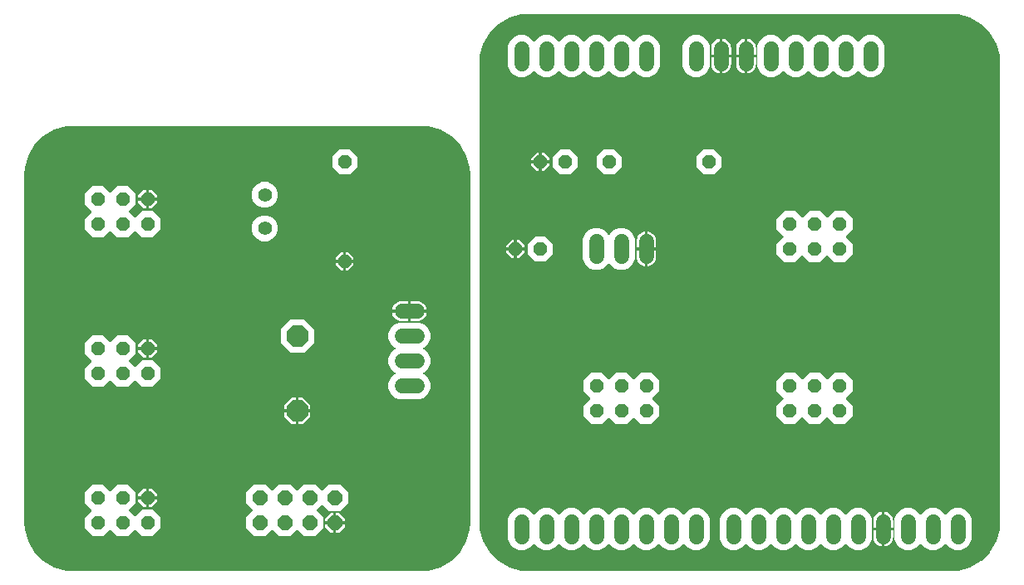
<source format=gbr>
G04 EAGLE Gerber RS-274X export*
G75*
%MOMM*%
%FSLAX34Y34*%
%LPD*%
%INTop Copper*%
%IPPOS*%
%AMOC8*
5,1,8,0,0,1.08239X$1,22.5*%
G01*
%ADD10C,1.400000*%
%ADD11P,1.429621X8X112.500000*%
%ADD12P,1.539592X8X22.500000*%
%ADD13C,1.524000*%
%ADD14P,1.649562X8X22.500000*%
%ADD15P,2.336880X8X112.500000*%
%ADD16C,1.508000*%
%ADD17P,1.429621X8X202.500000*%

G36*
X946168Y1528D02*
X946168Y1528D01*
X946200Y1526D01*
X952532Y1941D01*
X952555Y1947D01*
X952679Y1966D01*
X964913Y5244D01*
X964927Y5250D01*
X964943Y5252D01*
X965096Y5320D01*
X976064Y11652D01*
X976076Y11662D01*
X976091Y11668D01*
X976222Y11773D01*
X985177Y20728D01*
X985186Y20741D01*
X985199Y20751D01*
X985298Y20886D01*
X991630Y31854D01*
X991636Y31869D01*
X991645Y31881D01*
X991706Y32037D01*
X994984Y44271D01*
X994987Y44294D01*
X995009Y44418D01*
X995424Y50750D01*
X995422Y50769D01*
X995425Y50800D01*
X995425Y520700D01*
X995422Y520718D01*
X995422Y520719D01*
X995424Y520737D01*
X995423Y520741D01*
X995424Y520750D01*
X995009Y527082D01*
X995003Y527105D01*
X994984Y527229D01*
X991706Y539463D01*
X991700Y539477D01*
X991698Y539493D01*
X991630Y539646D01*
X985298Y550614D01*
X985288Y550626D01*
X985282Y550641D01*
X985237Y550697D01*
X985221Y550724D01*
X985203Y550740D01*
X985177Y550772D01*
X976222Y559727D01*
X976209Y559736D01*
X976199Y559749D01*
X976064Y559848D01*
X965096Y566180D01*
X965081Y566186D01*
X965069Y566195D01*
X964913Y566256D01*
X952679Y569534D01*
X952656Y569537D01*
X952532Y569559D01*
X946200Y569974D01*
X946181Y569972D01*
X946150Y569975D01*
X514350Y569975D01*
X514332Y569972D01*
X514300Y569974D01*
X507968Y569559D01*
X507945Y569553D01*
X507821Y569534D01*
X495587Y566256D01*
X495573Y566250D01*
X495557Y566248D01*
X495404Y566180D01*
X484436Y559848D01*
X484424Y559838D01*
X484409Y559832D01*
X484278Y559727D01*
X475323Y550772D01*
X475314Y550759D01*
X475301Y550749D01*
X475202Y550614D01*
X468870Y539646D01*
X468864Y539631D01*
X468855Y539619D01*
X468794Y539463D01*
X465516Y527229D01*
X465513Y527206D01*
X465491Y527082D01*
X465076Y520750D01*
X465078Y520731D01*
X465075Y520700D01*
X465075Y50800D01*
X465078Y50781D01*
X465076Y50750D01*
X465491Y44418D01*
X465497Y44395D01*
X465516Y44271D01*
X468794Y32037D01*
X468800Y32023D01*
X468802Y32007D01*
X468870Y31854D01*
X475202Y20886D01*
X475212Y20874D01*
X475218Y20859D01*
X475323Y20728D01*
X484278Y11773D01*
X484291Y11764D01*
X484301Y11751D01*
X484436Y11652D01*
X495404Y5320D01*
X495419Y5314D01*
X495431Y5305D01*
X495587Y5244D01*
X507821Y1966D01*
X507844Y1963D01*
X507968Y1941D01*
X514300Y1526D01*
X514319Y1528D01*
X514350Y1525D01*
X946150Y1525D01*
X946168Y1528D01*
G37*
G36*
X406418Y1528D02*
X406418Y1528D01*
X406450Y1526D01*
X412782Y1941D01*
X412805Y1947D01*
X412929Y1966D01*
X425163Y5244D01*
X425177Y5250D01*
X425193Y5252D01*
X425346Y5320D01*
X436314Y11652D01*
X436326Y11662D01*
X436341Y11668D01*
X436397Y11713D01*
X436424Y11729D01*
X436440Y11747D01*
X436472Y11773D01*
X445427Y20728D01*
X445436Y20741D01*
X445449Y20751D01*
X445548Y20886D01*
X451880Y31854D01*
X451886Y31869D01*
X451895Y31881D01*
X451956Y32037D01*
X455234Y44271D01*
X455237Y44294D01*
X455259Y44418D01*
X455674Y50750D01*
X455672Y50769D01*
X455675Y50800D01*
X455675Y406400D01*
X455672Y406418D01*
X455674Y406450D01*
X455259Y412782D01*
X455253Y412805D01*
X455234Y412929D01*
X451956Y425163D01*
X451950Y425177D01*
X451948Y425193D01*
X451880Y425346D01*
X445548Y436314D01*
X445538Y436326D01*
X445532Y436341D01*
X445427Y436472D01*
X436472Y445427D01*
X436459Y445436D01*
X436449Y445449D01*
X436314Y445548D01*
X425346Y451880D01*
X425331Y451886D01*
X425319Y451895D01*
X425163Y451956D01*
X412929Y455234D01*
X412906Y455237D01*
X412782Y455259D01*
X406450Y455674D01*
X406431Y455672D01*
X406400Y455675D01*
X50800Y455675D01*
X50781Y455672D01*
X50750Y455674D01*
X44418Y455259D01*
X44395Y455253D01*
X44271Y455234D01*
X32037Y451956D01*
X32023Y451950D01*
X32007Y451948D01*
X31854Y451880D01*
X20886Y445548D01*
X20874Y445538D01*
X20859Y445532D01*
X20728Y445427D01*
X11773Y436472D01*
X11764Y436459D01*
X11751Y436449D01*
X11652Y436314D01*
X5320Y425346D01*
X5314Y425331D01*
X5305Y425319D01*
X5244Y425163D01*
X1966Y412929D01*
X1963Y412906D01*
X1941Y412782D01*
X1526Y406450D01*
X1528Y406431D01*
X1525Y406400D01*
X1525Y50800D01*
X1528Y50782D01*
X1526Y50750D01*
X1941Y44418D01*
X1947Y44395D01*
X1966Y44271D01*
X5244Y32037D01*
X5250Y32023D01*
X5252Y32007D01*
X5320Y31854D01*
X11652Y20886D01*
X11662Y20874D01*
X11668Y20859D01*
X11773Y20728D01*
X20728Y11773D01*
X20741Y11764D01*
X20751Y11751D01*
X20886Y11652D01*
X31854Y5320D01*
X31869Y5314D01*
X31881Y5305D01*
X32037Y5244D01*
X44271Y1966D01*
X44294Y1963D01*
X44418Y1941D01*
X50750Y1526D01*
X50769Y1528D01*
X50800Y1525D01*
X406400Y1525D01*
X406418Y1528D01*
G37*
%LPC*%
G36*
X505272Y23113D02*
X505272Y23113D01*
X500230Y25202D01*
X496372Y29060D01*
X494283Y34102D01*
X494283Y54798D01*
X496372Y59840D01*
X500230Y63698D01*
X505272Y65787D01*
X510728Y65787D01*
X515770Y63698D01*
X519628Y59840D01*
X519997Y58951D01*
X520034Y58890D01*
X520064Y58825D01*
X520099Y58786D01*
X520126Y58742D01*
X520181Y58696D01*
X520230Y58643D01*
X520276Y58618D01*
X520316Y58585D01*
X520383Y58559D01*
X520446Y58525D01*
X520497Y58516D01*
X520545Y58497D01*
X520617Y58494D01*
X520688Y58481D01*
X520739Y58489D01*
X520791Y58487D01*
X520860Y58506D01*
X520931Y58517D01*
X520977Y58541D01*
X521027Y58555D01*
X521086Y58596D01*
X521150Y58628D01*
X521187Y58666D01*
X521229Y58695D01*
X521272Y58753D01*
X521322Y58804D01*
X521357Y58867D01*
X521376Y58893D01*
X521383Y58915D01*
X521403Y58951D01*
X521772Y59840D01*
X525630Y63698D01*
X530672Y65787D01*
X536128Y65787D01*
X541170Y63698D01*
X545028Y59840D01*
X545397Y58951D01*
X545434Y58890D01*
X545464Y58825D01*
X545499Y58786D01*
X545526Y58742D01*
X545581Y58696D01*
X545630Y58643D01*
X545676Y58618D01*
X545716Y58585D01*
X545783Y58559D01*
X545846Y58525D01*
X545897Y58516D01*
X545945Y58497D01*
X546017Y58494D01*
X546088Y58481D01*
X546139Y58489D01*
X546191Y58487D01*
X546260Y58506D01*
X546331Y58517D01*
X546377Y58541D01*
X546427Y58555D01*
X546486Y58596D01*
X546550Y58628D01*
X546587Y58666D01*
X546629Y58695D01*
X546672Y58753D01*
X546722Y58804D01*
X546757Y58867D01*
X546776Y58893D01*
X546783Y58915D01*
X546803Y58951D01*
X547172Y59840D01*
X551030Y63698D01*
X556072Y65787D01*
X561528Y65787D01*
X566570Y63698D01*
X570428Y59840D01*
X570797Y58951D01*
X570834Y58890D01*
X570864Y58825D01*
X570899Y58786D01*
X570926Y58742D01*
X570981Y58696D01*
X571030Y58643D01*
X571076Y58618D01*
X571116Y58585D01*
X571183Y58559D01*
X571246Y58525D01*
X571297Y58516D01*
X571345Y58497D01*
X571417Y58494D01*
X571488Y58481D01*
X571539Y58489D01*
X571591Y58487D01*
X571660Y58506D01*
X571731Y58517D01*
X571777Y58541D01*
X571827Y58555D01*
X571886Y58596D01*
X571950Y58628D01*
X571987Y58666D01*
X572029Y58695D01*
X572072Y58753D01*
X572122Y58804D01*
X572157Y58867D01*
X572176Y58893D01*
X572183Y58915D01*
X572203Y58951D01*
X572572Y59840D01*
X576430Y63698D01*
X581472Y65787D01*
X586928Y65787D01*
X591970Y63698D01*
X595828Y59840D01*
X596197Y58951D01*
X596234Y58890D01*
X596264Y58825D01*
X596299Y58786D01*
X596326Y58742D01*
X596381Y58696D01*
X596430Y58643D01*
X596476Y58618D01*
X596516Y58585D01*
X596583Y58559D01*
X596646Y58525D01*
X596697Y58516D01*
X596745Y58497D01*
X596817Y58494D01*
X596888Y58481D01*
X596939Y58489D01*
X596991Y58487D01*
X597060Y58506D01*
X597131Y58517D01*
X597177Y58541D01*
X597227Y58555D01*
X597286Y58596D01*
X597350Y58628D01*
X597387Y58666D01*
X597429Y58695D01*
X597472Y58753D01*
X597522Y58804D01*
X597557Y58867D01*
X597576Y58893D01*
X597583Y58915D01*
X597603Y58951D01*
X597972Y59840D01*
X601830Y63698D01*
X606872Y65787D01*
X612328Y65787D01*
X617370Y63698D01*
X621228Y59840D01*
X621597Y58951D01*
X621634Y58890D01*
X621664Y58825D01*
X621699Y58786D01*
X621726Y58742D01*
X621781Y58696D01*
X621830Y58643D01*
X621876Y58618D01*
X621916Y58585D01*
X621983Y58559D01*
X622046Y58525D01*
X622097Y58516D01*
X622145Y58497D01*
X622217Y58494D01*
X622288Y58481D01*
X622339Y58489D01*
X622391Y58487D01*
X622460Y58506D01*
X622531Y58517D01*
X622577Y58541D01*
X622627Y58555D01*
X622686Y58596D01*
X622750Y58628D01*
X622787Y58666D01*
X622829Y58695D01*
X622872Y58753D01*
X622922Y58804D01*
X622957Y58867D01*
X622976Y58893D01*
X622983Y58915D01*
X623003Y58951D01*
X623372Y59840D01*
X627230Y63698D01*
X632272Y65787D01*
X637728Y65787D01*
X642770Y63698D01*
X646628Y59840D01*
X646997Y58951D01*
X647034Y58890D01*
X647064Y58825D01*
X647099Y58786D01*
X647126Y58742D01*
X647181Y58696D01*
X647230Y58643D01*
X647276Y58618D01*
X647316Y58585D01*
X647383Y58559D01*
X647446Y58525D01*
X647497Y58516D01*
X647545Y58497D01*
X647617Y58494D01*
X647688Y58481D01*
X647739Y58489D01*
X647791Y58487D01*
X647860Y58506D01*
X647931Y58517D01*
X647977Y58541D01*
X648027Y58555D01*
X648086Y58596D01*
X648150Y58628D01*
X648187Y58666D01*
X648229Y58695D01*
X648272Y58753D01*
X648322Y58804D01*
X648357Y58867D01*
X648376Y58893D01*
X648383Y58915D01*
X648403Y58951D01*
X648772Y59840D01*
X652630Y63698D01*
X657672Y65787D01*
X663128Y65787D01*
X668170Y63698D01*
X672028Y59840D01*
X672397Y58951D01*
X672434Y58890D01*
X672464Y58825D01*
X672499Y58786D01*
X672526Y58742D01*
X672581Y58696D01*
X672630Y58643D01*
X672676Y58618D01*
X672716Y58585D01*
X672783Y58559D01*
X672846Y58525D01*
X672897Y58516D01*
X672945Y58497D01*
X673017Y58494D01*
X673088Y58481D01*
X673139Y58489D01*
X673191Y58487D01*
X673260Y58506D01*
X673331Y58517D01*
X673377Y58541D01*
X673427Y58555D01*
X673486Y58596D01*
X673550Y58628D01*
X673587Y58666D01*
X673629Y58695D01*
X673672Y58753D01*
X673722Y58804D01*
X673757Y58867D01*
X673776Y58893D01*
X673783Y58915D01*
X673803Y58951D01*
X674172Y59840D01*
X678030Y63698D01*
X683072Y65787D01*
X688528Y65787D01*
X693570Y63698D01*
X697428Y59840D01*
X699517Y54798D01*
X699517Y34102D01*
X697428Y29060D01*
X693570Y25202D01*
X688528Y23113D01*
X683072Y23113D01*
X678030Y25202D01*
X674172Y29060D01*
X673803Y29949D01*
X673766Y30010D01*
X673736Y30075D01*
X673701Y30114D01*
X673674Y30158D01*
X673618Y30204D01*
X673570Y30257D01*
X673524Y30282D01*
X673484Y30315D01*
X673417Y30341D01*
X673354Y30375D01*
X673303Y30384D01*
X673255Y30403D01*
X673183Y30406D01*
X673112Y30419D01*
X673061Y30411D01*
X673009Y30413D01*
X672940Y30394D01*
X672869Y30383D01*
X672823Y30359D01*
X672773Y30345D01*
X672714Y30304D01*
X672650Y30272D01*
X672613Y30234D01*
X672571Y30205D01*
X672528Y30147D01*
X672478Y30096D01*
X672443Y30033D01*
X672424Y30007D01*
X672416Y29985D01*
X672397Y29949D01*
X672028Y29060D01*
X668170Y25202D01*
X663128Y23113D01*
X657672Y23113D01*
X652630Y25202D01*
X648772Y29060D01*
X648403Y29949D01*
X648366Y30010D01*
X648336Y30075D01*
X648301Y30114D01*
X648274Y30158D01*
X648218Y30204D01*
X648170Y30257D01*
X648124Y30282D01*
X648084Y30315D01*
X648017Y30341D01*
X647954Y30375D01*
X647903Y30384D01*
X647855Y30403D01*
X647783Y30406D01*
X647712Y30419D01*
X647661Y30411D01*
X647609Y30413D01*
X647540Y30394D01*
X647469Y30383D01*
X647423Y30359D01*
X647373Y30345D01*
X647314Y30304D01*
X647250Y30272D01*
X647213Y30234D01*
X647171Y30205D01*
X647128Y30147D01*
X647078Y30096D01*
X647043Y30033D01*
X647024Y30007D01*
X647016Y29985D01*
X646997Y29949D01*
X646628Y29060D01*
X642770Y25202D01*
X637728Y23113D01*
X632272Y23113D01*
X627230Y25202D01*
X623372Y29060D01*
X623003Y29949D01*
X622966Y30010D01*
X622936Y30075D01*
X622901Y30114D01*
X622874Y30158D01*
X622818Y30204D01*
X622770Y30257D01*
X622724Y30282D01*
X622684Y30315D01*
X622617Y30341D01*
X622554Y30375D01*
X622503Y30384D01*
X622455Y30403D01*
X622383Y30406D01*
X622312Y30419D01*
X622261Y30411D01*
X622209Y30413D01*
X622140Y30394D01*
X622069Y30383D01*
X622023Y30359D01*
X621973Y30345D01*
X621914Y30304D01*
X621850Y30272D01*
X621813Y30234D01*
X621771Y30205D01*
X621728Y30147D01*
X621678Y30096D01*
X621643Y30033D01*
X621624Y30007D01*
X621616Y29985D01*
X621597Y29949D01*
X621228Y29060D01*
X617370Y25202D01*
X612328Y23113D01*
X606872Y23113D01*
X601830Y25202D01*
X597972Y29060D01*
X597603Y29949D01*
X597566Y30010D01*
X597536Y30075D01*
X597501Y30114D01*
X597474Y30158D01*
X597418Y30204D01*
X597370Y30257D01*
X597324Y30282D01*
X597284Y30315D01*
X597217Y30341D01*
X597154Y30375D01*
X597103Y30384D01*
X597055Y30403D01*
X596983Y30406D01*
X596912Y30419D01*
X596861Y30411D01*
X596809Y30413D01*
X596740Y30394D01*
X596669Y30383D01*
X596623Y30359D01*
X596573Y30345D01*
X596514Y30304D01*
X596450Y30272D01*
X596413Y30234D01*
X596371Y30205D01*
X596328Y30147D01*
X596278Y30096D01*
X596243Y30033D01*
X596224Y30007D01*
X596216Y29985D01*
X596197Y29949D01*
X595828Y29060D01*
X591970Y25202D01*
X586928Y23113D01*
X581472Y23113D01*
X576430Y25202D01*
X572572Y29060D01*
X572203Y29949D01*
X572166Y30010D01*
X572136Y30075D01*
X572101Y30114D01*
X572074Y30158D01*
X572018Y30204D01*
X571970Y30257D01*
X571924Y30282D01*
X571884Y30315D01*
X571817Y30341D01*
X571754Y30375D01*
X571703Y30384D01*
X571655Y30403D01*
X571583Y30406D01*
X571512Y30419D01*
X571461Y30411D01*
X571409Y30413D01*
X571340Y30394D01*
X571269Y30383D01*
X571223Y30359D01*
X571173Y30345D01*
X571114Y30304D01*
X571050Y30272D01*
X571013Y30234D01*
X570971Y30205D01*
X570928Y30147D01*
X570878Y30096D01*
X570843Y30033D01*
X570824Y30007D01*
X570816Y29985D01*
X570797Y29949D01*
X570428Y29060D01*
X566570Y25202D01*
X561528Y23113D01*
X556072Y23113D01*
X551030Y25202D01*
X547172Y29060D01*
X546803Y29949D01*
X546766Y30010D01*
X546736Y30075D01*
X546701Y30114D01*
X546674Y30158D01*
X546618Y30204D01*
X546570Y30257D01*
X546524Y30282D01*
X546484Y30315D01*
X546417Y30341D01*
X546354Y30375D01*
X546303Y30384D01*
X546255Y30403D01*
X546183Y30406D01*
X546112Y30419D01*
X546061Y30411D01*
X546009Y30413D01*
X545940Y30394D01*
X545869Y30383D01*
X545823Y30359D01*
X545773Y30345D01*
X545714Y30304D01*
X545650Y30272D01*
X545613Y30234D01*
X545571Y30205D01*
X545528Y30147D01*
X545478Y30096D01*
X545443Y30033D01*
X545424Y30007D01*
X545416Y29985D01*
X545397Y29949D01*
X545028Y29060D01*
X541170Y25202D01*
X536128Y23113D01*
X530672Y23113D01*
X525630Y25202D01*
X521772Y29060D01*
X521403Y29949D01*
X521366Y30010D01*
X521336Y30075D01*
X521301Y30114D01*
X521274Y30158D01*
X521218Y30204D01*
X521170Y30257D01*
X521124Y30282D01*
X521084Y30315D01*
X521017Y30341D01*
X520954Y30375D01*
X520903Y30384D01*
X520855Y30403D01*
X520783Y30406D01*
X520712Y30419D01*
X520661Y30411D01*
X520609Y30413D01*
X520540Y30394D01*
X520469Y30383D01*
X520423Y30359D01*
X520373Y30345D01*
X520314Y30304D01*
X520250Y30272D01*
X520213Y30234D01*
X520171Y30205D01*
X520128Y30147D01*
X520078Y30096D01*
X520043Y30033D01*
X520024Y30007D01*
X520016Y29985D01*
X519997Y29949D01*
X519628Y29060D01*
X515770Y25202D01*
X510728Y23113D01*
X505272Y23113D01*
G37*
%LPD*%
%LPC*%
G36*
X505272Y505713D02*
X505272Y505713D01*
X500230Y507802D01*
X496372Y511660D01*
X494283Y516702D01*
X494283Y537398D01*
X496372Y542440D01*
X500230Y546298D01*
X505272Y548387D01*
X510728Y548387D01*
X515770Y546298D01*
X519628Y542440D01*
X519997Y541551D01*
X520034Y541490D01*
X520064Y541425D01*
X520099Y541386D01*
X520126Y541342D01*
X520182Y541296D01*
X520230Y541243D01*
X520276Y541218D01*
X520316Y541185D01*
X520383Y541159D01*
X520446Y541125D01*
X520497Y541116D01*
X520545Y541097D01*
X520617Y541094D01*
X520688Y541081D01*
X520739Y541089D01*
X520791Y541087D01*
X520860Y541106D01*
X520931Y541117D01*
X520977Y541141D01*
X521027Y541155D01*
X521086Y541196D01*
X521150Y541228D01*
X521187Y541266D01*
X521229Y541295D01*
X521272Y541353D01*
X521322Y541404D01*
X521357Y541467D01*
X521376Y541493D01*
X521384Y541515D01*
X521403Y541551D01*
X521772Y542440D01*
X525630Y546298D01*
X530672Y548387D01*
X536128Y548387D01*
X541170Y546298D01*
X545028Y542440D01*
X545397Y541551D01*
X545434Y541490D01*
X545464Y541425D01*
X545499Y541386D01*
X545526Y541342D01*
X545582Y541296D01*
X545630Y541243D01*
X545676Y541218D01*
X545716Y541185D01*
X545783Y541159D01*
X545846Y541125D01*
X545897Y541116D01*
X545945Y541097D01*
X546017Y541094D01*
X546088Y541081D01*
X546139Y541089D01*
X546191Y541087D01*
X546260Y541106D01*
X546331Y541117D01*
X546377Y541141D01*
X546427Y541155D01*
X546486Y541196D01*
X546550Y541228D01*
X546587Y541266D01*
X546629Y541295D01*
X546672Y541353D01*
X546722Y541404D01*
X546757Y541467D01*
X546776Y541493D01*
X546784Y541515D01*
X546803Y541551D01*
X547172Y542440D01*
X551030Y546298D01*
X556072Y548387D01*
X561528Y548387D01*
X566570Y546298D01*
X570428Y542440D01*
X570797Y541551D01*
X570834Y541490D01*
X570864Y541425D01*
X570899Y541386D01*
X570926Y541342D01*
X570982Y541296D01*
X571030Y541243D01*
X571076Y541218D01*
X571116Y541185D01*
X571183Y541159D01*
X571246Y541125D01*
X571297Y541116D01*
X571345Y541097D01*
X571417Y541094D01*
X571488Y541081D01*
X571539Y541089D01*
X571591Y541087D01*
X571660Y541106D01*
X571731Y541117D01*
X571777Y541141D01*
X571827Y541155D01*
X571886Y541196D01*
X571950Y541228D01*
X571987Y541266D01*
X572029Y541295D01*
X572072Y541353D01*
X572122Y541404D01*
X572157Y541467D01*
X572176Y541493D01*
X572184Y541515D01*
X572203Y541551D01*
X572572Y542440D01*
X576430Y546298D01*
X581472Y548387D01*
X586928Y548387D01*
X591970Y546298D01*
X595828Y542440D01*
X596197Y541551D01*
X596234Y541490D01*
X596264Y541425D01*
X596299Y541386D01*
X596326Y541342D01*
X596382Y541296D01*
X596430Y541243D01*
X596476Y541218D01*
X596516Y541185D01*
X596583Y541159D01*
X596646Y541125D01*
X596697Y541116D01*
X596745Y541097D01*
X596817Y541094D01*
X596888Y541081D01*
X596939Y541089D01*
X596991Y541087D01*
X597060Y541106D01*
X597131Y541117D01*
X597177Y541141D01*
X597227Y541155D01*
X597286Y541196D01*
X597350Y541228D01*
X597387Y541266D01*
X597429Y541295D01*
X597472Y541353D01*
X597522Y541404D01*
X597557Y541467D01*
X597576Y541493D01*
X597584Y541515D01*
X597603Y541551D01*
X597972Y542440D01*
X601830Y546298D01*
X606872Y548387D01*
X612328Y548387D01*
X617370Y546298D01*
X621228Y542440D01*
X621597Y541551D01*
X621634Y541490D01*
X621664Y541425D01*
X621699Y541386D01*
X621726Y541342D01*
X621782Y541296D01*
X621830Y541243D01*
X621876Y541218D01*
X621916Y541185D01*
X621983Y541159D01*
X622046Y541125D01*
X622097Y541116D01*
X622145Y541097D01*
X622217Y541094D01*
X622288Y541081D01*
X622339Y541089D01*
X622391Y541087D01*
X622460Y541106D01*
X622531Y541117D01*
X622577Y541141D01*
X622627Y541155D01*
X622686Y541196D01*
X622750Y541228D01*
X622787Y541266D01*
X622829Y541295D01*
X622872Y541353D01*
X622922Y541404D01*
X622957Y541467D01*
X622976Y541493D01*
X622984Y541515D01*
X623003Y541551D01*
X623372Y542440D01*
X627230Y546298D01*
X632272Y548387D01*
X637728Y548387D01*
X642770Y546298D01*
X646628Y542440D01*
X648717Y537398D01*
X648717Y516702D01*
X646628Y511660D01*
X642770Y507802D01*
X637728Y505713D01*
X632272Y505713D01*
X627230Y507802D01*
X623372Y511660D01*
X623003Y512549D01*
X622966Y512610D01*
X622936Y512675D01*
X622901Y512714D01*
X622874Y512758D01*
X622819Y512804D01*
X622770Y512857D01*
X622724Y512882D01*
X622684Y512915D01*
X622617Y512941D01*
X622554Y512975D01*
X622503Y512984D01*
X622455Y513003D01*
X622383Y513006D01*
X622312Y513019D01*
X622261Y513011D01*
X622209Y513013D01*
X622140Y512994D01*
X622069Y512983D01*
X622023Y512959D01*
X621973Y512945D01*
X621914Y512904D01*
X621850Y512872D01*
X621813Y512834D01*
X621771Y512805D01*
X621728Y512747D01*
X621678Y512696D01*
X621643Y512633D01*
X621624Y512607D01*
X621617Y512585D01*
X621597Y512549D01*
X621228Y511660D01*
X617370Y507802D01*
X612328Y505713D01*
X606872Y505713D01*
X601830Y507802D01*
X597972Y511660D01*
X597603Y512549D01*
X597566Y512610D01*
X597536Y512675D01*
X597501Y512714D01*
X597474Y512758D01*
X597419Y512804D01*
X597370Y512857D01*
X597324Y512882D01*
X597284Y512915D01*
X597217Y512941D01*
X597154Y512975D01*
X597103Y512984D01*
X597055Y513003D01*
X596983Y513006D01*
X596912Y513019D01*
X596861Y513011D01*
X596809Y513013D01*
X596740Y512994D01*
X596669Y512983D01*
X596623Y512959D01*
X596573Y512945D01*
X596514Y512904D01*
X596450Y512872D01*
X596413Y512834D01*
X596371Y512805D01*
X596328Y512747D01*
X596278Y512696D01*
X596243Y512633D01*
X596224Y512607D01*
X596217Y512585D01*
X596197Y512549D01*
X595828Y511660D01*
X591970Y507802D01*
X586928Y505713D01*
X581472Y505713D01*
X576430Y507802D01*
X572572Y511660D01*
X572203Y512549D01*
X572166Y512610D01*
X572136Y512675D01*
X572101Y512714D01*
X572074Y512758D01*
X572019Y512804D01*
X571970Y512857D01*
X571924Y512882D01*
X571884Y512915D01*
X571817Y512941D01*
X571754Y512975D01*
X571703Y512984D01*
X571655Y513003D01*
X571583Y513006D01*
X571512Y513019D01*
X571461Y513011D01*
X571409Y513013D01*
X571340Y512994D01*
X571269Y512983D01*
X571223Y512959D01*
X571173Y512945D01*
X571114Y512904D01*
X571050Y512872D01*
X571013Y512834D01*
X570971Y512805D01*
X570928Y512747D01*
X570878Y512696D01*
X570843Y512633D01*
X570824Y512607D01*
X570817Y512585D01*
X570797Y512549D01*
X570428Y511660D01*
X566570Y507802D01*
X561528Y505713D01*
X556072Y505713D01*
X551030Y507802D01*
X547172Y511660D01*
X546803Y512549D01*
X546766Y512610D01*
X546736Y512675D01*
X546701Y512714D01*
X546674Y512758D01*
X546619Y512804D01*
X546570Y512857D01*
X546524Y512882D01*
X546484Y512915D01*
X546417Y512941D01*
X546354Y512975D01*
X546303Y512984D01*
X546255Y513003D01*
X546183Y513006D01*
X546112Y513019D01*
X546061Y513011D01*
X546009Y513013D01*
X545940Y512994D01*
X545869Y512983D01*
X545823Y512959D01*
X545773Y512945D01*
X545714Y512904D01*
X545650Y512872D01*
X545613Y512834D01*
X545571Y512805D01*
X545528Y512747D01*
X545478Y512696D01*
X545443Y512633D01*
X545424Y512607D01*
X545417Y512585D01*
X545397Y512549D01*
X545028Y511660D01*
X541170Y507802D01*
X536128Y505713D01*
X530672Y505713D01*
X525630Y507802D01*
X521772Y511660D01*
X521403Y512549D01*
X521366Y512610D01*
X521336Y512675D01*
X521301Y512714D01*
X521274Y512758D01*
X521219Y512804D01*
X521170Y512857D01*
X521124Y512882D01*
X521084Y512915D01*
X521017Y512941D01*
X520954Y512975D01*
X520903Y512984D01*
X520855Y513003D01*
X520783Y513006D01*
X520712Y513019D01*
X520661Y513011D01*
X520609Y513013D01*
X520540Y512994D01*
X520469Y512983D01*
X520423Y512959D01*
X520373Y512945D01*
X520314Y512904D01*
X520250Y512872D01*
X520213Y512834D01*
X520171Y512805D01*
X520128Y512747D01*
X520078Y512696D01*
X520043Y512633D01*
X520024Y512607D01*
X520017Y512585D01*
X519997Y512549D01*
X519628Y511660D01*
X515770Y507802D01*
X510728Y505713D01*
X505272Y505713D01*
G37*
%LPD*%
%LPC*%
G36*
X721172Y23113D02*
X721172Y23113D01*
X716130Y25202D01*
X712272Y29060D01*
X710183Y34102D01*
X710183Y54798D01*
X712272Y59840D01*
X716130Y63698D01*
X721172Y65787D01*
X726628Y65787D01*
X731670Y63698D01*
X735528Y59840D01*
X735897Y58951D01*
X735934Y58890D01*
X735964Y58825D01*
X735999Y58786D01*
X736026Y58742D01*
X736081Y58696D01*
X736130Y58643D01*
X736176Y58618D01*
X736216Y58585D01*
X736283Y58559D01*
X736346Y58525D01*
X736397Y58516D01*
X736445Y58497D01*
X736517Y58494D01*
X736588Y58481D01*
X736639Y58489D01*
X736691Y58487D01*
X736760Y58506D01*
X736831Y58517D01*
X736877Y58541D01*
X736927Y58555D01*
X736986Y58596D01*
X737050Y58628D01*
X737087Y58666D01*
X737129Y58695D01*
X737172Y58753D01*
X737222Y58804D01*
X737257Y58867D01*
X737276Y58893D01*
X737283Y58915D01*
X737303Y58951D01*
X737672Y59840D01*
X741530Y63698D01*
X746572Y65787D01*
X752028Y65787D01*
X757070Y63698D01*
X760928Y59840D01*
X761297Y58951D01*
X761334Y58890D01*
X761364Y58825D01*
X761399Y58786D01*
X761426Y58742D01*
X761481Y58696D01*
X761530Y58643D01*
X761576Y58618D01*
X761616Y58585D01*
X761683Y58559D01*
X761746Y58525D01*
X761797Y58516D01*
X761845Y58497D01*
X761917Y58494D01*
X761988Y58481D01*
X762039Y58489D01*
X762091Y58487D01*
X762160Y58506D01*
X762231Y58517D01*
X762277Y58541D01*
X762327Y58555D01*
X762386Y58596D01*
X762450Y58628D01*
X762487Y58666D01*
X762529Y58695D01*
X762572Y58753D01*
X762622Y58804D01*
X762657Y58867D01*
X762676Y58893D01*
X762683Y58915D01*
X762703Y58951D01*
X763072Y59840D01*
X766930Y63698D01*
X771972Y65787D01*
X777428Y65787D01*
X782470Y63698D01*
X786328Y59840D01*
X786697Y58951D01*
X786734Y58890D01*
X786764Y58825D01*
X786799Y58786D01*
X786826Y58742D01*
X786881Y58696D01*
X786930Y58643D01*
X786976Y58618D01*
X787016Y58585D01*
X787083Y58559D01*
X787146Y58525D01*
X787197Y58516D01*
X787245Y58497D01*
X787317Y58494D01*
X787388Y58481D01*
X787439Y58489D01*
X787491Y58487D01*
X787560Y58506D01*
X787631Y58517D01*
X787677Y58541D01*
X787727Y58555D01*
X787786Y58596D01*
X787850Y58628D01*
X787887Y58666D01*
X787929Y58695D01*
X787972Y58753D01*
X788022Y58804D01*
X788057Y58867D01*
X788076Y58893D01*
X788083Y58915D01*
X788103Y58951D01*
X788472Y59840D01*
X792330Y63698D01*
X797372Y65787D01*
X802828Y65787D01*
X807870Y63698D01*
X811728Y59840D01*
X812097Y58951D01*
X812134Y58890D01*
X812164Y58825D01*
X812199Y58786D01*
X812226Y58742D01*
X812281Y58696D01*
X812330Y58643D01*
X812376Y58618D01*
X812416Y58585D01*
X812483Y58559D01*
X812546Y58525D01*
X812597Y58516D01*
X812645Y58497D01*
X812717Y58494D01*
X812788Y58481D01*
X812839Y58489D01*
X812891Y58487D01*
X812960Y58506D01*
X813031Y58517D01*
X813077Y58541D01*
X813127Y58555D01*
X813186Y58596D01*
X813250Y58628D01*
X813287Y58666D01*
X813329Y58695D01*
X813372Y58753D01*
X813422Y58804D01*
X813457Y58867D01*
X813476Y58893D01*
X813483Y58915D01*
X813503Y58951D01*
X813872Y59840D01*
X817730Y63698D01*
X822772Y65787D01*
X828228Y65787D01*
X833270Y63698D01*
X837128Y59840D01*
X837497Y58951D01*
X837534Y58890D01*
X837564Y58825D01*
X837599Y58786D01*
X837626Y58742D01*
X837681Y58696D01*
X837730Y58643D01*
X837776Y58618D01*
X837816Y58585D01*
X837883Y58559D01*
X837946Y58525D01*
X837997Y58516D01*
X838045Y58497D01*
X838117Y58494D01*
X838188Y58481D01*
X838239Y58489D01*
X838291Y58487D01*
X838360Y58506D01*
X838431Y58517D01*
X838477Y58541D01*
X838527Y58555D01*
X838586Y58596D01*
X838650Y58628D01*
X838687Y58666D01*
X838729Y58695D01*
X838772Y58753D01*
X838822Y58804D01*
X838857Y58867D01*
X838876Y58893D01*
X838883Y58915D01*
X838903Y58951D01*
X839272Y59840D01*
X843130Y63698D01*
X848172Y65787D01*
X853628Y65787D01*
X858670Y63698D01*
X862528Y59840D01*
X864617Y54798D01*
X864617Y34102D01*
X862528Y29060D01*
X858670Y25202D01*
X853628Y23113D01*
X848172Y23113D01*
X843130Y25202D01*
X839272Y29060D01*
X838903Y29949D01*
X838866Y30010D01*
X838836Y30075D01*
X838801Y30114D01*
X838774Y30158D01*
X838718Y30204D01*
X838670Y30257D01*
X838624Y30282D01*
X838584Y30315D01*
X838517Y30341D01*
X838454Y30375D01*
X838403Y30384D01*
X838355Y30403D01*
X838283Y30406D01*
X838212Y30419D01*
X838161Y30411D01*
X838109Y30413D01*
X838040Y30394D01*
X837969Y30383D01*
X837923Y30359D01*
X837873Y30345D01*
X837814Y30304D01*
X837750Y30272D01*
X837713Y30234D01*
X837671Y30205D01*
X837628Y30147D01*
X837578Y30096D01*
X837543Y30033D01*
X837524Y30007D01*
X837516Y29985D01*
X837497Y29949D01*
X837128Y29060D01*
X833270Y25202D01*
X828228Y23113D01*
X822772Y23113D01*
X817730Y25202D01*
X813872Y29060D01*
X813503Y29949D01*
X813466Y30010D01*
X813436Y30075D01*
X813401Y30114D01*
X813374Y30158D01*
X813318Y30204D01*
X813270Y30257D01*
X813224Y30282D01*
X813184Y30315D01*
X813117Y30341D01*
X813054Y30375D01*
X813003Y30384D01*
X812955Y30403D01*
X812883Y30406D01*
X812812Y30419D01*
X812761Y30411D01*
X812709Y30413D01*
X812640Y30394D01*
X812569Y30383D01*
X812523Y30359D01*
X812473Y30345D01*
X812414Y30304D01*
X812350Y30272D01*
X812313Y30234D01*
X812271Y30205D01*
X812228Y30147D01*
X812178Y30096D01*
X812143Y30033D01*
X812124Y30007D01*
X812116Y29985D01*
X812097Y29949D01*
X811728Y29060D01*
X807870Y25202D01*
X802828Y23113D01*
X797372Y23113D01*
X792330Y25202D01*
X788472Y29060D01*
X788103Y29949D01*
X788066Y30010D01*
X788036Y30075D01*
X788001Y30114D01*
X787974Y30158D01*
X787918Y30204D01*
X787870Y30257D01*
X787824Y30282D01*
X787784Y30315D01*
X787717Y30341D01*
X787654Y30375D01*
X787603Y30384D01*
X787555Y30403D01*
X787483Y30406D01*
X787412Y30419D01*
X787361Y30411D01*
X787309Y30413D01*
X787240Y30394D01*
X787169Y30383D01*
X787123Y30359D01*
X787073Y30345D01*
X787014Y30304D01*
X786950Y30272D01*
X786913Y30234D01*
X786871Y30205D01*
X786828Y30147D01*
X786778Y30096D01*
X786743Y30033D01*
X786724Y30007D01*
X786716Y29985D01*
X786697Y29949D01*
X786328Y29060D01*
X782470Y25202D01*
X777428Y23113D01*
X771972Y23113D01*
X766930Y25202D01*
X763072Y29060D01*
X762703Y29949D01*
X762666Y30010D01*
X762636Y30075D01*
X762601Y30114D01*
X762574Y30158D01*
X762518Y30204D01*
X762470Y30257D01*
X762424Y30282D01*
X762384Y30315D01*
X762317Y30341D01*
X762254Y30375D01*
X762203Y30384D01*
X762155Y30403D01*
X762083Y30406D01*
X762012Y30419D01*
X761961Y30411D01*
X761909Y30413D01*
X761840Y30394D01*
X761769Y30383D01*
X761723Y30359D01*
X761673Y30345D01*
X761614Y30304D01*
X761550Y30272D01*
X761513Y30234D01*
X761471Y30205D01*
X761428Y30147D01*
X761378Y30096D01*
X761343Y30033D01*
X761324Y30007D01*
X761316Y29985D01*
X761297Y29949D01*
X760928Y29060D01*
X757070Y25202D01*
X752028Y23113D01*
X746572Y23113D01*
X741530Y25202D01*
X737672Y29060D01*
X737303Y29949D01*
X737266Y30010D01*
X737236Y30075D01*
X737201Y30114D01*
X737174Y30158D01*
X737118Y30204D01*
X737070Y30257D01*
X737024Y30282D01*
X736984Y30315D01*
X736917Y30341D01*
X736854Y30375D01*
X736803Y30384D01*
X736755Y30403D01*
X736683Y30406D01*
X736612Y30419D01*
X736561Y30411D01*
X736509Y30413D01*
X736440Y30394D01*
X736369Y30383D01*
X736323Y30359D01*
X736273Y30345D01*
X736214Y30304D01*
X736150Y30272D01*
X736113Y30234D01*
X736071Y30205D01*
X736028Y30147D01*
X735978Y30096D01*
X735943Y30033D01*
X735924Y30007D01*
X735916Y29985D01*
X735897Y29949D01*
X735528Y29060D01*
X731670Y25202D01*
X726628Y23113D01*
X721172Y23113D01*
G37*
%LPD*%
%LPC*%
G36*
X759272Y505713D02*
X759272Y505713D01*
X754230Y507802D01*
X750372Y511660D01*
X748283Y516702D01*
X748283Y537398D01*
X750372Y542440D01*
X754230Y546298D01*
X759272Y548387D01*
X764728Y548387D01*
X769770Y546298D01*
X773628Y542440D01*
X773997Y541551D01*
X774034Y541490D01*
X774064Y541425D01*
X774099Y541386D01*
X774126Y541342D01*
X774182Y541296D01*
X774230Y541243D01*
X774276Y541218D01*
X774316Y541185D01*
X774383Y541159D01*
X774446Y541125D01*
X774497Y541116D01*
X774545Y541097D01*
X774617Y541094D01*
X774688Y541081D01*
X774739Y541089D01*
X774791Y541087D01*
X774860Y541107D01*
X774931Y541117D01*
X774977Y541141D01*
X775027Y541155D01*
X775086Y541196D01*
X775150Y541228D01*
X775187Y541266D01*
X775229Y541295D01*
X775272Y541353D01*
X775322Y541404D01*
X775357Y541467D01*
X775376Y541493D01*
X775383Y541515D01*
X775403Y541551D01*
X775772Y542440D01*
X779630Y546298D01*
X784672Y548387D01*
X790128Y548387D01*
X795170Y546298D01*
X799028Y542440D01*
X799397Y541551D01*
X799434Y541490D01*
X799464Y541425D01*
X799499Y541386D01*
X799526Y541342D01*
X799582Y541296D01*
X799630Y541243D01*
X799676Y541218D01*
X799716Y541185D01*
X799783Y541159D01*
X799846Y541125D01*
X799897Y541116D01*
X799945Y541097D01*
X800017Y541094D01*
X800088Y541081D01*
X800139Y541089D01*
X800191Y541087D01*
X800260Y541107D01*
X800331Y541117D01*
X800377Y541141D01*
X800427Y541155D01*
X800486Y541196D01*
X800550Y541228D01*
X800587Y541266D01*
X800629Y541295D01*
X800672Y541353D01*
X800722Y541404D01*
X800757Y541467D01*
X800776Y541493D01*
X800783Y541515D01*
X800803Y541551D01*
X801172Y542440D01*
X805030Y546298D01*
X810072Y548387D01*
X815528Y548387D01*
X820570Y546298D01*
X824428Y542440D01*
X824797Y541551D01*
X824834Y541490D01*
X824864Y541425D01*
X824899Y541386D01*
X824926Y541342D01*
X824982Y541296D01*
X825030Y541243D01*
X825076Y541218D01*
X825116Y541185D01*
X825183Y541159D01*
X825246Y541125D01*
X825297Y541116D01*
X825345Y541097D01*
X825417Y541094D01*
X825488Y541081D01*
X825539Y541089D01*
X825591Y541087D01*
X825660Y541106D01*
X825731Y541117D01*
X825777Y541141D01*
X825827Y541155D01*
X825886Y541196D01*
X825950Y541228D01*
X825987Y541266D01*
X826029Y541295D01*
X826072Y541353D01*
X826122Y541404D01*
X826157Y541467D01*
X826176Y541493D01*
X826184Y541515D01*
X826203Y541551D01*
X826572Y542440D01*
X830430Y546298D01*
X835472Y548387D01*
X840928Y548387D01*
X845970Y546298D01*
X849828Y542440D01*
X850197Y541551D01*
X850234Y541490D01*
X850264Y541425D01*
X850299Y541386D01*
X850326Y541342D01*
X850381Y541296D01*
X850430Y541243D01*
X850476Y541218D01*
X850516Y541185D01*
X850583Y541159D01*
X850646Y541125D01*
X850697Y541116D01*
X850745Y541097D01*
X850817Y541094D01*
X850888Y541081D01*
X850939Y541089D01*
X850991Y541087D01*
X851060Y541106D01*
X851131Y541117D01*
X851177Y541141D01*
X851227Y541155D01*
X851286Y541196D01*
X851350Y541228D01*
X851387Y541266D01*
X851429Y541295D01*
X851472Y541353D01*
X851522Y541404D01*
X851557Y541467D01*
X851576Y541493D01*
X851583Y541515D01*
X851603Y541551D01*
X851972Y542440D01*
X855830Y546298D01*
X860872Y548387D01*
X866328Y548387D01*
X871370Y546298D01*
X875228Y542440D01*
X877317Y537398D01*
X877317Y516702D01*
X875228Y511660D01*
X871370Y507802D01*
X866328Y505713D01*
X860872Y505713D01*
X855830Y507802D01*
X851972Y511660D01*
X851603Y512549D01*
X851566Y512610D01*
X851536Y512675D01*
X851501Y512714D01*
X851474Y512758D01*
X851418Y512804D01*
X851370Y512857D01*
X851324Y512882D01*
X851284Y512915D01*
X851217Y512941D01*
X851154Y512975D01*
X851103Y512984D01*
X851055Y513003D01*
X850983Y513006D01*
X850912Y513019D01*
X850861Y513011D01*
X850809Y513013D01*
X850740Y512994D01*
X850669Y512983D01*
X850623Y512959D01*
X850573Y512945D01*
X850514Y512904D01*
X850450Y512872D01*
X850413Y512834D01*
X850371Y512805D01*
X850328Y512747D01*
X850278Y512696D01*
X850243Y512633D01*
X850224Y512607D01*
X850216Y512585D01*
X850197Y512549D01*
X849828Y511660D01*
X845970Y507802D01*
X840928Y505713D01*
X835472Y505713D01*
X830430Y507802D01*
X826572Y511660D01*
X826203Y512549D01*
X826166Y512610D01*
X826136Y512675D01*
X826101Y512714D01*
X826074Y512758D01*
X826019Y512804D01*
X825970Y512857D01*
X825924Y512882D01*
X825884Y512915D01*
X825817Y512941D01*
X825754Y512975D01*
X825703Y512984D01*
X825655Y513003D01*
X825583Y513006D01*
X825512Y513019D01*
X825461Y513011D01*
X825409Y513013D01*
X825340Y512994D01*
X825269Y512983D01*
X825223Y512959D01*
X825173Y512945D01*
X825114Y512904D01*
X825050Y512872D01*
X825013Y512834D01*
X824971Y512805D01*
X824928Y512747D01*
X824878Y512696D01*
X824843Y512633D01*
X824824Y512607D01*
X824817Y512585D01*
X824797Y512549D01*
X824428Y511660D01*
X820570Y507802D01*
X815528Y505713D01*
X810072Y505713D01*
X805030Y507802D01*
X801172Y511660D01*
X800803Y512549D01*
X800766Y512610D01*
X800736Y512675D01*
X800701Y512714D01*
X800674Y512758D01*
X800619Y512804D01*
X800570Y512857D01*
X800524Y512882D01*
X800484Y512915D01*
X800417Y512941D01*
X800354Y512975D01*
X800303Y512984D01*
X800255Y513003D01*
X800183Y513006D01*
X800112Y513019D01*
X800061Y513011D01*
X800009Y513013D01*
X799940Y512993D01*
X799869Y512983D01*
X799823Y512959D01*
X799773Y512945D01*
X799714Y512904D01*
X799650Y512872D01*
X799613Y512834D01*
X799571Y512805D01*
X799528Y512747D01*
X799478Y512696D01*
X799443Y512633D01*
X799424Y512607D01*
X799417Y512585D01*
X799397Y512549D01*
X799028Y511660D01*
X795170Y507802D01*
X790128Y505713D01*
X784672Y505713D01*
X779630Y507802D01*
X775772Y511660D01*
X775403Y512549D01*
X775366Y512610D01*
X775336Y512675D01*
X775301Y512714D01*
X775274Y512758D01*
X775219Y512804D01*
X775170Y512857D01*
X775124Y512882D01*
X775084Y512915D01*
X775017Y512941D01*
X774954Y512975D01*
X774903Y512984D01*
X774855Y513003D01*
X774783Y513006D01*
X774712Y513019D01*
X774661Y513011D01*
X774609Y513013D01*
X774540Y512993D01*
X774469Y512983D01*
X774423Y512959D01*
X774373Y512945D01*
X774314Y512904D01*
X774250Y512872D01*
X774213Y512834D01*
X774171Y512805D01*
X774128Y512747D01*
X774078Y512696D01*
X774043Y512633D01*
X774024Y512607D01*
X774017Y512585D01*
X773997Y512549D01*
X773628Y511660D01*
X769770Y507802D01*
X764728Y505713D01*
X759272Y505713D01*
G37*
%LPD*%
%LPC*%
G36*
X235618Y37083D02*
X235618Y37083D01*
X227583Y45118D01*
X227583Y56482D01*
X234063Y62962D01*
X234075Y62978D01*
X234091Y62990D01*
X234147Y63078D01*
X234207Y63161D01*
X234213Y63180D01*
X234224Y63197D01*
X234249Y63298D01*
X234279Y63397D01*
X234279Y63416D01*
X234284Y63436D01*
X234276Y63539D01*
X234273Y63642D01*
X234266Y63661D01*
X234264Y63681D01*
X234224Y63776D01*
X234188Y63873D01*
X234176Y63889D01*
X234168Y63907D01*
X234063Y64038D01*
X227583Y70518D01*
X227583Y81882D01*
X235618Y89917D01*
X246982Y89917D01*
X253462Y83437D01*
X253478Y83425D01*
X253490Y83409D01*
X253578Y83353D01*
X253661Y83293D01*
X253680Y83287D01*
X253697Y83276D01*
X253798Y83251D01*
X253897Y83221D01*
X253916Y83221D01*
X253936Y83216D01*
X254039Y83224D01*
X254142Y83227D01*
X254161Y83234D01*
X254181Y83236D01*
X254276Y83276D01*
X254373Y83312D01*
X254389Y83324D01*
X254407Y83332D01*
X254538Y83437D01*
X261018Y89917D01*
X272382Y89917D01*
X278862Y83437D01*
X278878Y83425D01*
X278890Y83409D01*
X278978Y83353D01*
X279061Y83293D01*
X279080Y83287D01*
X279097Y83276D01*
X279198Y83251D01*
X279297Y83221D01*
X279316Y83221D01*
X279336Y83216D01*
X279439Y83224D01*
X279542Y83227D01*
X279561Y83234D01*
X279581Y83236D01*
X279676Y83276D01*
X279773Y83312D01*
X279789Y83324D01*
X279807Y83332D01*
X279938Y83437D01*
X286418Y89917D01*
X297782Y89917D01*
X304262Y83437D01*
X304278Y83425D01*
X304290Y83409D01*
X304378Y83353D01*
X304461Y83293D01*
X304480Y83287D01*
X304497Y83276D01*
X304598Y83251D01*
X304697Y83221D01*
X304716Y83221D01*
X304736Y83216D01*
X304839Y83224D01*
X304942Y83227D01*
X304961Y83234D01*
X304981Y83236D01*
X305076Y83276D01*
X305173Y83312D01*
X305189Y83324D01*
X305207Y83332D01*
X305338Y83437D01*
X311818Y89917D01*
X323182Y89917D01*
X331217Y81882D01*
X331217Y70518D01*
X323182Y62483D01*
X311818Y62483D01*
X305338Y68963D01*
X305322Y68975D01*
X305310Y68991D01*
X305222Y69047D01*
X305139Y69107D01*
X305120Y69113D01*
X305103Y69124D01*
X305002Y69149D01*
X304903Y69179D01*
X304884Y69179D01*
X304864Y69184D01*
X304761Y69176D01*
X304658Y69173D01*
X304639Y69166D01*
X304619Y69164D01*
X304524Y69124D01*
X304427Y69088D01*
X304411Y69076D01*
X304393Y69068D01*
X304262Y68963D01*
X299337Y64038D01*
X299325Y64022D01*
X299309Y64010D01*
X299253Y63923D01*
X299193Y63839D01*
X299187Y63819D01*
X299176Y63803D01*
X299151Y63702D01*
X299121Y63603D01*
X299121Y63584D01*
X299116Y63564D01*
X299124Y63461D01*
X299127Y63358D01*
X299134Y63339D01*
X299136Y63319D01*
X299176Y63224D01*
X299212Y63127D01*
X299224Y63111D01*
X299232Y63093D01*
X299337Y62962D01*
X305817Y56482D01*
X305817Y45118D01*
X297782Y37083D01*
X286418Y37083D01*
X279938Y43563D01*
X279922Y43575D01*
X279910Y43591D01*
X279822Y43647D01*
X279739Y43707D01*
X279720Y43713D01*
X279703Y43724D01*
X279602Y43749D01*
X279503Y43779D01*
X279484Y43779D01*
X279464Y43784D01*
X279361Y43776D01*
X279258Y43773D01*
X279239Y43766D01*
X279219Y43764D01*
X279124Y43724D01*
X279027Y43688D01*
X279011Y43676D01*
X278993Y43668D01*
X278862Y43563D01*
X272382Y37083D01*
X261018Y37083D01*
X254538Y43563D01*
X254522Y43575D01*
X254510Y43591D01*
X254422Y43647D01*
X254339Y43707D01*
X254320Y43713D01*
X254303Y43724D01*
X254202Y43749D01*
X254103Y43779D01*
X254084Y43779D01*
X254064Y43784D01*
X253961Y43776D01*
X253858Y43773D01*
X253839Y43766D01*
X253819Y43764D01*
X253724Y43724D01*
X253627Y43688D01*
X253611Y43676D01*
X253593Y43668D01*
X253462Y43563D01*
X246982Y37083D01*
X235618Y37083D01*
G37*
%LPD*%
%LPC*%
G36*
X578729Y151891D02*
X578729Y151891D01*
X570991Y159629D01*
X570991Y170571D01*
X577682Y177262D01*
X577693Y177278D01*
X577709Y177290D01*
X577765Y177378D01*
X577825Y177461D01*
X577831Y177480D01*
X577842Y177497D01*
X577867Y177598D01*
X577898Y177697D01*
X577897Y177716D01*
X577902Y177736D01*
X577894Y177839D01*
X577891Y177942D01*
X577884Y177961D01*
X577883Y177981D01*
X577843Y178076D01*
X577807Y178173D01*
X577794Y178189D01*
X577787Y178207D01*
X577682Y178338D01*
X570991Y185029D01*
X570991Y195971D01*
X578729Y203709D01*
X589671Y203709D01*
X596362Y197018D01*
X596378Y197007D01*
X596390Y196991D01*
X596478Y196935D01*
X596561Y196875D01*
X596580Y196869D01*
X596597Y196858D01*
X596698Y196833D01*
X596797Y196802D01*
X596816Y196803D01*
X596836Y196798D01*
X596939Y196806D01*
X597042Y196809D01*
X597061Y196816D01*
X597081Y196817D01*
X597176Y196857D01*
X597273Y196893D01*
X597289Y196906D01*
X597307Y196913D01*
X597438Y197018D01*
X604129Y203709D01*
X615071Y203709D01*
X621762Y197018D01*
X621778Y197007D01*
X621790Y196991D01*
X621878Y196935D01*
X621961Y196875D01*
X621980Y196869D01*
X621997Y196858D01*
X622098Y196833D01*
X622197Y196802D01*
X622216Y196803D01*
X622236Y196798D01*
X622339Y196806D01*
X622442Y196809D01*
X622461Y196816D01*
X622481Y196817D01*
X622576Y196857D01*
X622673Y196893D01*
X622689Y196906D01*
X622707Y196913D01*
X622838Y197018D01*
X629529Y203709D01*
X640471Y203709D01*
X648209Y195971D01*
X648209Y185029D01*
X641518Y178338D01*
X641507Y178322D01*
X641491Y178310D01*
X641435Y178222D01*
X641375Y178139D01*
X641369Y178120D01*
X641358Y178103D01*
X641333Y178002D01*
X641302Y177903D01*
X641303Y177884D01*
X641298Y177864D01*
X641306Y177761D01*
X641309Y177658D01*
X641316Y177639D01*
X641317Y177619D01*
X641357Y177524D01*
X641393Y177427D01*
X641406Y177411D01*
X641413Y177393D01*
X641518Y177262D01*
X648209Y170571D01*
X648209Y159629D01*
X640471Y151891D01*
X629529Y151891D01*
X622838Y158582D01*
X622822Y158593D01*
X622810Y158609D01*
X622722Y158665D01*
X622639Y158725D01*
X622620Y158731D01*
X622603Y158742D01*
X622502Y158767D01*
X622403Y158798D01*
X622384Y158797D01*
X622364Y158802D01*
X622261Y158794D01*
X622158Y158791D01*
X622139Y158784D01*
X622119Y158783D01*
X622024Y158743D01*
X621927Y158707D01*
X621911Y158694D01*
X621893Y158687D01*
X621762Y158582D01*
X615071Y151891D01*
X604129Y151891D01*
X597438Y158582D01*
X597422Y158593D01*
X597410Y158609D01*
X597322Y158665D01*
X597239Y158725D01*
X597220Y158731D01*
X597203Y158742D01*
X597102Y158767D01*
X597003Y158798D01*
X596984Y158797D01*
X596964Y158802D01*
X596861Y158794D01*
X596758Y158791D01*
X596739Y158784D01*
X596719Y158783D01*
X596624Y158743D01*
X596527Y158707D01*
X596511Y158694D01*
X596493Y158687D01*
X596362Y158582D01*
X589671Y151891D01*
X578729Y151891D01*
G37*
%LPD*%
%LPC*%
G36*
X775579Y151891D02*
X775579Y151891D01*
X767841Y159629D01*
X767841Y170571D01*
X774532Y177262D01*
X774543Y177278D01*
X774559Y177290D01*
X774615Y177378D01*
X774675Y177461D01*
X774681Y177480D01*
X774692Y177497D01*
X774717Y177598D01*
X774748Y177697D01*
X774747Y177716D01*
X774752Y177736D01*
X774744Y177839D01*
X774741Y177942D01*
X774734Y177961D01*
X774733Y177981D01*
X774693Y178076D01*
X774657Y178173D01*
X774644Y178189D01*
X774637Y178207D01*
X774532Y178338D01*
X767841Y185029D01*
X767841Y195971D01*
X775579Y203709D01*
X786521Y203709D01*
X793212Y197018D01*
X793228Y197007D01*
X793240Y196991D01*
X793328Y196935D01*
X793411Y196875D01*
X793430Y196869D01*
X793447Y196858D01*
X793548Y196833D01*
X793647Y196802D01*
X793666Y196803D01*
X793686Y196798D01*
X793789Y196806D01*
X793892Y196809D01*
X793911Y196816D01*
X793931Y196817D01*
X794026Y196857D01*
X794123Y196893D01*
X794139Y196906D01*
X794157Y196913D01*
X794288Y197018D01*
X800979Y203709D01*
X811921Y203709D01*
X818612Y197018D01*
X818628Y197007D01*
X818640Y196991D01*
X818728Y196935D01*
X818811Y196875D01*
X818830Y196869D01*
X818847Y196858D01*
X818948Y196833D01*
X819047Y196802D01*
X819066Y196803D01*
X819086Y196798D01*
X819189Y196806D01*
X819292Y196809D01*
X819311Y196816D01*
X819331Y196817D01*
X819426Y196857D01*
X819523Y196893D01*
X819539Y196906D01*
X819557Y196913D01*
X819688Y197018D01*
X826379Y203709D01*
X837321Y203709D01*
X845059Y195971D01*
X845059Y185029D01*
X838368Y178338D01*
X838357Y178322D01*
X838341Y178310D01*
X838285Y178222D01*
X838225Y178139D01*
X838219Y178120D01*
X838208Y178103D01*
X838183Y178002D01*
X838152Y177903D01*
X838153Y177884D01*
X838148Y177864D01*
X838156Y177761D01*
X838159Y177658D01*
X838166Y177639D01*
X838167Y177619D01*
X838207Y177524D01*
X838243Y177427D01*
X838256Y177411D01*
X838263Y177393D01*
X838368Y177262D01*
X845059Y170571D01*
X845059Y159629D01*
X837321Y151891D01*
X826379Y151891D01*
X819688Y158582D01*
X819672Y158593D01*
X819660Y158609D01*
X819572Y158665D01*
X819489Y158725D01*
X819470Y158731D01*
X819453Y158742D01*
X819352Y158767D01*
X819253Y158798D01*
X819234Y158797D01*
X819214Y158802D01*
X819111Y158794D01*
X819008Y158791D01*
X818989Y158784D01*
X818969Y158783D01*
X818874Y158743D01*
X818777Y158707D01*
X818761Y158694D01*
X818743Y158687D01*
X818612Y158582D01*
X811921Y151891D01*
X800979Y151891D01*
X794288Y158582D01*
X794272Y158593D01*
X794260Y158609D01*
X794172Y158665D01*
X794089Y158725D01*
X794070Y158731D01*
X794053Y158742D01*
X793952Y158767D01*
X793853Y158798D01*
X793834Y158797D01*
X793814Y158802D01*
X793711Y158794D01*
X793608Y158791D01*
X793589Y158784D01*
X793569Y158783D01*
X793474Y158743D01*
X793377Y158707D01*
X793361Y158694D01*
X793343Y158687D01*
X793212Y158582D01*
X786521Y151891D01*
X775579Y151891D01*
G37*
%LPD*%
%LPC*%
G36*
X775579Y316991D02*
X775579Y316991D01*
X767841Y324729D01*
X767841Y335671D01*
X774532Y342362D01*
X774543Y342378D01*
X774559Y342390D01*
X774615Y342478D01*
X774675Y342561D01*
X774681Y342580D01*
X774692Y342597D01*
X774717Y342698D01*
X774748Y342797D01*
X774747Y342816D01*
X774752Y342836D01*
X774744Y342939D01*
X774741Y343042D01*
X774734Y343061D01*
X774733Y343081D01*
X774693Y343176D01*
X774657Y343273D01*
X774644Y343289D01*
X774637Y343307D01*
X774532Y343438D01*
X767841Y350129D01*
X767841Y361071D01*
X775579Y368809D01*
X786521Y368809D01*
X793212Y362118D01*
X793228Y362107D01*
X793240Y362091D01*
X793328Y362035D01*
X793411Y361975D01*
X793430Y361969D01*
X793447Y361958D01*
X793548Y361933D01*
X793647Y361902D01*
X793666Y361903D01*
X793686Y361898D01*
X793789Y361906D01*
X793892Y361909D01*
X793911Y361916D01*
X793931Y361917D01*
X794026Y361957D01*
X794123Y361993D01*
X794139Y362006D01*
X794157Y362013D01*
X794288Y362118D01*
X800979Y368809D01*
X811921Y368809D01*
X818612Y362118D01*
X818628Y362107D01*
X818640Y362091D01*
X818728Y362035D01*
X818811Y361975D01*
X818830Y361969D01*
X818847Y361958D01*
X818948Y361933D01*
X819047Y361902D01*
X819066Y361903D01*
X819086Y361898D01*
X819189Y361906D01*
X819292Y361909D01*
X819311Y361916D01*
X819331Y361917D01*
X819426Y361957D01*
X819523Y361993D01*
X819539Y362006D01*
X819557Y362013D01*
X819688Y362118D01*
X826379Y368809D01*
X837321Y368809D01*
X845059Y361071D01*
X845059Y350129D01*
X838368Y343438D01*
X838357Y343422D01*
X838341Y343410D01*
X838285Y343322D01*
X838225Y343239D01*
X838219Y343220D01*
X838208Y343203D01*
X838183Y343102D01*
X838152Y343003D01*
X838153Y342984D01*
X838148Y342964D01*
X838156Y342861D01*
X838159Y342758D01*
X838166Y342739D01*
X838167Y342719D01*
X838207Y342624D01*
X838243Y342527D01*
X838256Y342511D01*
X838263Y342493D01*
X838368Y342362D01*
X845059Y335671D01*
X845059Y324729D01*
X837321Y316991D01*
X826379Y316991D01*
X819688Y323682D01*
X819672Y323693D01*
X819660Y323709D01*
X819572Y323765D01*
X819489Y323825D01*
X819470Y323831D01*
X819453Y323842D01*
X819352Y323867D01*
X819253Y323898D01*
X819234Y323897D01*
X819214Y323902D01*
X819111Y323894D01*
X819008Y323891D01*
X818989Y323884D01*
X818969Y323883D01*
X818874Y323843D01*
X818777Y323807D01*
X818761Y323794D01*
X818743Y323787D01*
X818612Y323682D01*
X811921Y316991D01*
X800979Y316991D01*
X794288Y323682D01*
X794272Y323693D01*
X794260Y323709D01*
X794172Y323765D01*
X794089Y323825D01*
X794070Y323831D01*
X794053Y323842D01*
X793952Y323867D01*
X793853Y323898D01*
X793834Y323897D01*
X793814Y323902D01*
X793711Y323894D01*
X793608Y323891D01*
X793589Y323884D01*
X793569Y323883D01*
X793474Y323843D01*
X793377Y323807D01*
X793361Y323794D01*
X793343Y323787D01*
X793212Y323682D01*
X786521Y316991D01*
X775579Y316991D01*
G37*
%LPD*%
%LPC*%
G36*
X898972Y23113D02*
X898972Y23113D01*
X893930Y25202D01*
X890072Y29060D01*
X887983Y34102D01*
X887983Y54798D01*
X890072Y59840D01*
X893930Y63698D01*
X898972Y65787D01*
X904428Y65787D01*
X909470Y63698D01*
X913328Y59840D01*
X913697Y58951D01*
X913734Y58890D01*
X913764Y58825D01*
X913799Y58786D01*
X913826Y58742D01*
X913882Y58696D01*
X913930Y58643D01*
X913976Y58618D01*
X914016Y58585D01*
X914083Y58559D01*
X914146Y58525D01*
X914197Y58516D01*
X914245Y58497D01*
X914317Y58494D01*
X914388Y58481D01*
X914439Y58489D01*
X914491Y58487D01*
X914560Y58506D01*
X914631Y58517D01*
X914677Y58541D01*
X914727Y58555D01*
X914786Y58596D01*
X914850Y58628D01*
X914887Y58666D01*
X914929Y58695D01*
X914972Y58753D01*
X915022Y58804D01*
X915057Y58867D01*
X915076Y58893D01*
X915084Y58915D01*
X915103Y58951D01*
X915472Y59840D01*
X919330Y63698D01*
X924372Y65787D01*
X929828Y65787D01*
X934870Y63698D01*
X938728Y59840D01*
X939097Y58951D01*
X939134Y58890D01*
X939164Y58825D01*
X939199Y58786D01*
X939226Y58742D01*
X939281Y58696D01*
X939330Y58643D01*
X939376Y58618D01*
X939416Y58585D01*
X939483Y58559D01*
X939546Y58525D01*
X939597Y58516D01*
X939645Y58497D01*
X939717Y58494D01*
X939788Y58481D01*
X939839Y58489D01*
X939891Y58487D01*
X939960Y58506D01*
X940031Y58517D01*
X940077Y58541D01*
X940127Y58555D01*
X940186Y58596D01*
X940250Y58628D01*
X940287Y58666D01*
X940329Y58695D01*
X940372Y58753D01*
X940422Y58804D01*
X940457Y58867D01*
X940476Y58893D01*
X940483Y58915D01*
X940503Y58951D01*
X940872Y59840D01*
X944730Y63698D01*
X949772Y65787D01*
X955228Y65787D01*
X960270Y63698D01*
X964128Y59840D01*
X966217Y54798D01*
X966217Y34102D01*
X964128Y29060D01*
X960270Y25202D01*
X955228Y23113D01*
X949772Y23113D01*
X944730Y25202D01*
X940872Y29060D01*
X940503Y29949D01*
X940466Y30010D01*
X940436Y30075D01*
X940401Y30114D01*
X940374Y30158D01*
X940318Y30204D01*
X940270Y30257D01*
X940224Y30282D01*
X940184Y30315D01*
X940117Y30341D01*
X940054Y30375D01*
X940003Y30384D01*
X939955Y30403D01*
X939883Y30406D01*
X939812Y30419D01*
X939761Y30411D01*
X939709Y30413D01*
X939640Y30394D01*
X939569Y30383D01*
X939523Y30359D01*
X939473Y30345D01*
X939414Y30304D01*
X939350Y30272D01*
X939313Y30234D01*
X939271Y30205D01*
X939228Y30147D01*
X939178Y30096D01*
X939143Y30033D01*
X939124Y30007D01*
X939116Y29985D01*
X939097Y29949D01*
X938728Y29060D01*
X934870Y25202D01*
X929828Y23113D01*
X924372Y23113D01*
X919330Y25202D01*
X915472Y29060D01*
X915103Y29949D01*
X915066Y30010D01*
X915036Y30075D01*
X915001Y30114D01*
X914974Y30158D01*
X914919Y30204D01*
X914870Y30257D01*
X914824Y30282D01*
X914784Y30315D01*
X914717Y30341D01*
X914654Y30375D01*
X914603Y30384D01*
X914555Y30403D01*
X914483Y30406D01*
X914412Y30419D01*
X914361Y30411D01*
X914309Y30413D01*
X914240Y30394D01*
X914169Y30383D01*
X914123Y30359D01*
X914073Y30345D01*
X914014Y30304D01*
X913950Y30272D01*
X913913Y30234D01*
X913871Y30205D01*
X913828Y30147D01*
X913778Y30096D01*
X913743Y30033D01*
X913724Y30007D01*
X913717Y29985D01*
X913697Y29949D01*
X913328Y29060D01*
X909470Y25202D01*
X904428Y23113D01*
X898972Y23113D01*
G37*
%LPD*%
%LPC*%
G36*
X383352Y176783D02*
X383352Y176783D01*
X378310Y178872D01*
X374452Y182730D01*
X372363Y187772D01*
X372363Y193228D01*
X374452Y198270D01*
X378310Y202128D01*
X379199Y202497D01*
X379260Y202534D01*
X379325Y202564D01*
X379364Y202599D01*
X379408Y202626D01*
X379454Y202681D01*
X379507Y202730D01*
X379532Y202776D01*
X379565Y202816D01*
X379591Y202883D01*
X379625Y202946D01*
X379634Y202997D01*
X379653Y203045D01*
X379656Y203117D01*
X379669Y203188D01*
X379661Y203239D01*
X379663Y203291D01*
X379644Y203360D01*
X379633Y203431D01*
X379609Y203477D01*
X379595Y203527D01*
X379554Y203586D01*
X379522Y203650D01*
X379484Y203687D01*
X379455Y203729D01*
X379397Y203772D01*
X379346Y203822D01*
X379283Y203857D01*
X379257Y203876D01*
X379235Y203883D01*
X379199Y203903D01*
X378310Y204272D01*
X374452Y208130D01*
X372363Y213172D01*
X372363Y218628D01*
X374452Y223670D01*
X378310Y227528D01*
X379199Y227897D01*
X379260Y227934D01*
X379325Y227964D01*
X379364Y227999D01*
X379408Y228026D01*
X379454Y228081D01*
X379507Y228130D01*
X379532Y228176D01*
X379565Y228216D01*
X379591Y228283D01*
X379625Y228346D01*
X379634Y228397D01*
X379653Y228445D01*
X379656Y228517D01*
X379669Y228588D01*
X379661Y228639D01*
X379663Y228691D01*
X379644Y228760D01*
X379633Y228831D01*
X379609Y228877D01*
X379595Y228927D01*
X379554Y228986D01*
X379522Y229050D01*
X379484Y229087D01*
X379455Y229129D01*
X379397Y229172D01*
X379346Y229222D01*
X379283Y229257D01*
X379257Y229276D01*
X379235Y229283D01*
X379199Y229303D01*
X378310Y229672D01*
X374452Y233530D01*
X372363Y238572D01*
X372363Y244028D01*
X374452Y249070D01*
X378310Y252928D01*
X383352Y255017D01*
X404048Y255017D01*
X409090Y252928D01*
X412948Y249070D01*
X415037Y244028D01*
X415037Y238572D01*
X412948Y233530D01*
X409090Y229672D01*
X408201Y229303D01*
X408140Y229266D01*
X408075Y229236D01*
X408036Y229201D01*
X407992Y229174D01*
X407946Y229118D01*
X407893Y229070D01*
X407868Y229024D01*
X407835Y228984D01*
X407809Y228917D01*
X407775Y228854D01*
X407766Y228803D01*
X407747Y228755D01*
X407744Y228683D01*
X407731Y228612D01*
X407739Y228561D01*
X407737Y228509D01*
X407756Y228440D01*
X407767Y228369D01*
X407791Y228323D01*
X407805Y228273D01*
X407846Y228214D01*
X407878Y228150D01*
X407916Y228113D01*
X407945Y228071D01*
X408003Y228028D01*
X408054Y227978D01*
X408117Y227943D01*
X408143Y227924D01*
X408165Y227916D01*
X408201Y227897D01*
X409090Y227528D01*
X412948Y223670D01*
X415037Y218628D01*
X415037Y213172D01*
X412948Y208130D01*
X409090Y204272D01*
X408201Y203903D01*
X408140Y203866D01*
X408075Y203836D01*
X408036Y203801D01*
X407992Y203774D01*
X407946Y203718D01*
X407893Y203670D01*
X407868Y203624D01*
X407835Y203584D01*
X407809Y203517D01*
X407775Y203454D01*
X407766Y203403D01*
X407747Y203355D01*
X407744Y203283D01*
X407731Y203212D01*
X407739Y203161D01*
X407737Y203109D01*
X407756Y203040D01*
X407767Y202969D01*
X407791Y202923D01*
X407805Y202873D01*
X407846Y202814D01*
X407878Y202750D01*
X407916Y202713D01*
X407945Y202671D01*
X408003Y202628D01*
X408054Y202578D01*
X408117Y202543D01*
X408143Y202524D01*
X408165Y202516D01*
X408201Y202497D01*
X409090Y202128D01*
X412948Y198270D01*
X415037Y193228D01*
X415037Y187772D01*
X412948Y182730D01*
X409090Y178872D01*
X404048Y176783D01*
X383352Y176783D01*
G37*
%LPD*%
%LPC*%
G36*
X70729Y342391D02*
X70729Y342391D01*
X62991Y350129D01*
X62991Y361071D01*
X69682Y367762D01*
X69693Y367778D01*
X69709Y367790D01*
X69765Y367878D01*
X69825Y367961D01*
X69831Y367980D01*
X69842Y367997D01*
X69867Y368098D01*
X69898Y368197D01*
X69897Y368216D01*
X69902Y368236D01*
X69894Y368339D01*
X69891Y368442D01*
X69884Y368461D01*
X69883Y368481D01*
X69843Y368576D01*
X69807Y368673D01*
X69794Y368689D01*
X69787Y368707D01*
X69682Y368838D01*
X62991Y375529D01*
X62991Y386471D01*
X70729Y394209D01*
X81671Y394209D01*
X88362Y387518D01*
X88378Y387507D01*
X88390Y387491D01*
X88478Y387435D01*
X88561Y387375D01*
X88580Y387369D01*
X88597Y387358D01*
X88698Y387333D01*
X88797Y387302D01*
X88816Y387303D01*
X88836Y387298D01*
X88939Y387306D01*
X89042Y387309D01*
X89061Y387316D01*
X89081Y387317D01*
X89176Y387357D01*
X89273Y387393D01*
X89289Y387406D01*
X89307Y387413D01*
X89438Y387518D01*
X96129Y394209D01*
X107071Y394209D01*
X114809Y386471D01*
X114809Y375529D01*
X108118Y368838D01*
X108107Y368822D01*
X108091Y368810D01*
X108035Y368722D01*
X107975Y368639D01*
X107969Y368620D01*
X107958Y368603D01*
X107933Y368502D01*
X107902Y368403D01*
X107903Y368384D01*
X107898Y368364D01*
X107906Y368261D01*
X107909Y368158D01*
X107916Y368139D01*
X107917Y368119D01*
X107957Y368024D01*
X107993Y367927D01*
X108006Y367911D01*
X108013Y367893D01*
X108118Y367762D01*
X113762Y362118D01*
X113778Y362107D01*
X113790Y362091D01*
X113878Y362035D01*
X113961Y361975D01*
X113980Y361969D01*
X113997Y361958D01*
X114098Y361933D01*
X114197Y361902D01*
X114216Y361903D01*
X114236Y361898D01*
X114339Y361906D01*
X114442Y361909D01*
X114461Y361916D01*
X114481Y361917D01*
X114576Y361957D01*
X114673Y361993D01*
X114689Y362006D01*
X114707Y362013D01*
X114838Y362118D01*
X121529Y368809D01*
X132471Y368809D01*
X140209Y361071D01*
X140209Y350129D01*
X132471Y342391D01*
X121529Y342391D01*
X114838Y349082D01*
X114822Y349093D01*
X114810Y349109D01*
X114722Y349165D01*
X114639Y349225D01*
X114620Y349231D01*
X114603Y349242D01*
X114502Y349267D01*
X114403Y349298D01*
X114384Y349297D01*
X114364Y349302D01*
X114261Y349294D01*
X114158Y349291D01*
X114139Y349284D01*
X114119Y349283D01*
X114024Y349243D01*
X113927Y349207D01*
X113911Y349194D01*
X113893Y349187D01*
X113762Y349082D01*
X107071Y342391D01*
X96129Y342391D01*
X89438Y349082D01*
X89422Y349093D01*
X89410Y349109D01*
X89322Y349165D01*
X89239Y349225D01*
X89220Y349231D01*
X89203Y349242D01*
X89102Y349267D01*
X89003Y349298D01*
X88984Y349297D01*
X88964Y349302D01*
X88861Y349294D01*
X88758Y349291D01*
X88739Y349284D01*
X88719Y349283D01*
X88624Y349243D01*
X88527Y349207D01*
X88511Y349194D01*
X88493Y349187D01*
X88362Y349082D01*
X81671Y342391D01*
X70729Y342391D01*
G37*
%LPD*%
%LPC*%
G36*
X70729Y189991D02*
X70729Y189991D01*
X62991Y197729D01*
X62991Y208671D01*
X69682Y215362D01*
X69693Y215378D01*
X69709Y215390D01*
X69765Y215478D01*
X69825Y215561D01*
X69831Y215580D01*
X69842Y215597D01*
X69867Y215698D01*
X69898Y215797D01*
X69897Y215816D01*
X69902Y215836D01*
X69894Y215939D01*
X69891Y216042D01*
X69884Y216061D01*
X69883Y216081D01*
X69843Y216176D01*
X69807Y216273D01*
X69794Y216289D01*
X69787Y216307D01*
X69682Y216438D01*
X62991Y223129D01*
X62991Y234071D01*
X70729Y241809D01*
X81671Y241809D01*
X88362Y235118D01*
X88378Y235107D01*
X88390Y235091D01*
X88478Y235035D01*
X88561Y234975D01*
X88580Y234969D01*
X88597Y234958D01*
X88698Y234933D01*
X88797Y234902D01*
X88816Y234903D01*
X88836Y234898D01*
X88939Y234906D01*
X89042Y234909D01*
X89061Y234916D01*
X89081Y234917D01*
X89176Y234957D01*
X89273Y234993D01*
X89289Y235006D01*
X89307Y235013D01*
X89438Y235118D01*
X96129Y241809D01*
X107071Y241809D01*
X114809Y234071D01*
X114809Y223129D01*
X108118Y216438D01*
X108107Y216422D01*
X108091Y216410D01*
X108035Y216322D01*
X107975Y216239D01*
X107969Y216220D01*
X107958Y216203D01*
X107933Y216102D01*
X107902Y216003D01*
X107903Y215984D01*
X107898Y215964D01*
X107906Y215861D01*
X107909Y215758D01*
X107916Y215739D01*
X107917Y215719D01*
X107957Y215624D01*
X107993Y215527D01*
X108006Y215511D01*
X108013Y215493D01*
X108118Y215362D01*
X113762Y209718D01*
X113778Y209707D01*
X113790Y209691D01*
X113878Y209635D01*
X113961Y209575D01*
X113980Y209569D01*
X113997Y209558D01*
X114098Y209533D01*
X114197Y209502D01*
X114216Y209503D01*
X114236Y209498D01*
X114339Y209506D01*
X114442Y209509D01*
X114461Y209516D01*
X114481Y209517D01*
X114576Y209557D01*
X114673Y209593D01*
X114689Y209606D01*
X114707Y209613D01*
X114838Y209718D01*
X121529Y216409D01*
X132471Y216409D01*
X140209Y208671D01*
X140209Y197729D01*
X132471Y189991D01*
X121529Y189991D01*
X114838Y196682D01*
X114822Y196693D01*
X114810Y196709D01*
X114722Y196765D01*
X114639Y196825D01*
X114620Y196831D01*
X114603Y196842D01*
X114502Y196867D01*
X114403Y196898D01*
X114384Y196897D01*
X114364Y196902D01*
X114261Y196894D01*
X114158Y196891D01*
X114139Y196884D01*
X114119Y196883D01*
X114024Y196843D01*
X113927Y196807D01*
X113911Y196794D01*
X113893Y196787D01*
X113762Y196682D01*
X107071Y189991D01*
X96129Y189991D01*
X89438Y196682D01*
X89422Y196693D01*
X89410Y196709D01*
X89322Y196765D01*
X89239Y196825D01*
X89220Y196831D01*
X89203Y196842D01*
X89102Y196867D01*
X89003Y196898D01*
X88984Y196897D01*
X88964Y196902D01*
X88861Y196894D01*
X88758Y196891D01*
X88739Y196884D01*
X88719Y196883D01*
X88624Y196843D01*
X88527Y196807D01*
X88511Y196794D01*
X88493Y196787D01*
X88362Y196682D01*
X81671Y189991D01*
X70729Y189991D01*
G37*
%LPD*%
%LPC*%
G36*
X70729Y37591D02*
X70729Y37591D01*
X62991Y45329D01*
X62991Y56271D01*
X69682Y62962D01*
X69693Y62978D01*
X69709Y62990D01*
X69765Y63078D01*
X69825Y63161D01*
X69831Y63180D01*
X69842Y63197D01*
X69867Y63298D01*
X69898Y63397D01*
X69897Y63416D01*
X69902Y63436D01*
X69894Y63539D01*
X69891Y63642D01*
X69884Y63661D01*
X69883Y63681D01*
X69843Y63776D01*
X69807Y63873D01*
X69794Y63889D01*
X69787Y63907D01*
X69682Y64038D01*
X62991Y70729D01*
X62991Y81671D01*
X70729Y89409D01*
X81671Y89409D01*
X88362Y82718D01*
X88378Y82707D01*
X88390Y82691D01*
X88478Y82635D01*
X88561Y82575D01*
X88580Y82569D01*
X88597Y82558D01*
X88698Y82533D01*
X88797Y82502D01*
X88816Y82503D01*
X88836Y82498D01*
X88939Y82506D01*
X89042Y82509D01*
X89061Y82516D01*
X89081Y82517D01*
X89176Y82557D01*
X89273Y82593D01*
X89289Y82606D01*
X89307Y82613D01*
X89438Y82718D01*
X96129Y89409D01*
X107071Y89409D01*
X114809Y81671D01*
X114809Y70729D01*
X108118Y64038D01*
X108107Y64022D01*
X108091Y64010D01*
X108035Y63922D01*
X107975Y63839D01*
X107969Y63820D01*
X107958Y63803D01*
X107933Y63702D01*
X107902Y63603D01*
X107903Y63584D01*
X107898Y63564D01*
X107906Y63461D01*
X107909Y63358D01*
X107916Y63339D01*
X107917Y63319D01*
X107957Y63224D01*
X107993Y63127D01*
X108006Y63111D01*
X108013Y63093D01*
X108118Y62962D01*
X113762Y57318D01*
X113778Y57307D01*
X113790Y57291D01*
X113851Y57252D01*
X113904Y57206D01*
X113934Y57194D01*
X113961Y57175D01*
X113980Y57169D01*
X113997Y57158D01*
X114070Y57140D01*
X114133Y57114D01*
X114171Y57110D01*
X114197Y57102D01*
X114216Y57103D01*
X114236Y57098D01*
X114262Y57100D01*
X114299Y57096D01*
X114301Y57096D01*
X114366Y57107D01*
X114442Y57109D01*
X114461Y57116D01*
X114481Y57117D01*
X114513Y57131D01*
X114543Y57136D01*
X114604Y57168D01*
X114673Y57193D01*
X114689Y57206D01*
X114707Y57213D01*
X114741Y57240D01*
X114761Y57251D01*
X114782Y57274D01*
X114838Y57318D01*
X121529Y64009D01*
X132471Y64009D01*
X140209Y56271D01*
X140209Y45329D01*
X132471Y37591D01*
X121529Y37591D01*
X114838Y44282D01*
X114822Y44293D01*
X114810Y44309D01*
X114722Y44365D01*
X114639Y44425D01*
X114620Y44431D01*
X114603Y44442D01*
X114502Y44467D01*
X114403Y44498D01*
X114384Y44497D01*
X114364Y44502D01*
X114261Y44494D01*
X114158Y44491D01*
X114139Y44484D01*
X114119Y44483D01*
X114024Y44443D01*
X113927Y44407D01*
X113911Y44394D01*
X113893Y44387D01*
X113762Y44282D01*
X107071Y37591D01*
X96129Y37591D01*
X89438Y44282D01*
X89422Y44293D01*
X89410Y44309D01*
X89322Y44365D01*
X89239Y44425D01*
X89220Y44431D01*
X89203Y44442D01*
X89102Y44467D01*
X89003Y44498D01*
X88984Y44497D01*
X88964Y44502D01*
X88861Y44494D01*
X88758Y44491D01*
X88739Y44484D01*
X88719Y44483D01*
X88624Y44443D01*
X88527Y44407D01*
X88511Y44394D01*
X88493Y44387D01*
X88362Y44282D01*
X81671Y37591D01*
X70729Y37591D01*
G37*
%LPD*%
%LPC*%
G36*
X581487Y309023D02*
X581487Y309023D01*
X576475Y311099D01*
X572639Y314935D01*
X570563Y319947D01*
X570563Y340453D01*
X572639Y345465D01*
X576475Y349301D01*
X581487Y351377D01*
X586913Y351377D01*
X591925Y349301D01*
X595761Y345465D01*
X596197Y344412D01*
X596235Y344351D01*
X596264Y344285D01*
X596299Y344247D01*
X596326Y344203D01*
X596382Y344157D01*
X596430Y344104D01*
X596476Y344079D01*
X596516Y344046D01*
X596583Y344020D01*
X596646Y343986D01*
X596697Y343976D01*
X596745Y343958D01*
X596817Y343955D01*
X596888Y343942D01*
X596939Y343950D01*
X596991Y343947D01*
X597060Y343967D01*
X597131Y343978D01*
X597177Y344001D01*
X597227Y344016D01*
X597286Y344057D01*
X597350Y344089D01*
X597387Y344127D01*
X597429Y344156D01*
X597472Y344214D01*
X597522Y344265D01*
X597557Y344328D01*
X597576Y344354D01*
X597583Y344376D01*
X597603Y344412D01*
X598039Y345465D01*
X601875Y349301D01*
X606887Y351377D01*
X612313Y351377D01*
X617325Y349301D01*
X621161Y345465D01*
X623237Y340453D01*
X623237Y319947D01*
X621161Y314935D01*
X617325Y311099D01*
X612313Y309023D01*
X606887Y309023D01*
X601875Y311099D01*
X598039Y314935D01*
X597603Y315988D01*
X597565Y316049D01*
X597536Y316115D01*
X597501Y316153D01*
X597474Y316197D01*
X597418Y316243D01*
X597370Y316296D01*
X597324Y316321D01*
X597284Y316354D01*
X597217Y316380D01*
X597154Y316414D01*
X597103Y316424D01*
X597055Y316442D01*
X596983Y316445D01*
X596912Y316458D01*
X596861Y316450D01*
X596809Y316453D01*
X596740Y316433D01*
X596669Y316422D01*
X596623Y316399D01*
X596573Y316384D01*
X596514Y316343D01*
X596450Y316311D01*
X596413Y316273D01*
X596371Y316244D01*
X596328Y316186D01*
X596278Y316135D01*
X596243Y316072D01*
X596224Y316046D01*
X596217Y316024D01*
X596197Y315988D01*
X595761Y314935D01*
X591925Y311099D01*
X586913Y309023D01*
X581487Y309023D01*
G37*
%LPD*%
%LPC*%
G36*
X683072Y505713D02*
X683072Y505713D01*
X678030Y507802D01*
X674172Y511660D01*
X672083Y516702D01*
X672083Y537398D01*
X674172Y542440D01*
X678030Y546298D01*
X683072Y548387D01*
X688528Y548387D01*
X693570Y546298D01*
X697428Y542440D01*
X699517Y537398D01*
X699517Y516702D01*
X697428Y511660D01*
X693570Y507802D01*
X688528Y505713D01*
X683072Y505713D01*
G37*
%LPD*%
%LPC*%
G36*
X272403Y224408D02*
X272403Y224408D01*
X262508Y234303D01*
X262508Y248297D01*
X272403Y258192D01*
X286397Y258192D01*
X296292Y248297D01*
X296292Y234303D01*
X286397Y224408D01*
X272403Y224408D01*
G37*
%LPD*%
%LPC*%
G36*
X243775Y372203D02*
X243775Y372203D01*
X238961Y374197D01*
X235277Y377881D01*
X233283Y382695D01*
X233283Y387905D01*
X235277Y392719D01*
X238961Y396403D01*
X243775Y398397D01*
X248985Y398397D01*
X253799Y396403D01*
X257483Y392719D01*
X259477Y387905D01*
X259477Y382695D01*
X257483Y377881D01*
X253799Y374197D01*
X248985Y372203D01*
X243775Y372203D01*
G37*
%LPD*%
%LPC*%
G36*
X243775Y338203D02*
X243775Y338203D01*
X238961Y340197D01*
X235277Y343881D01*
X233283Y348695D01*
X233283Y353905D01*
X235277Y358719D01*
X238961Y362403D01*
X243775Y364397D01*
X248985Y364397D01*
X253799Y362403D01*
X257483Y358719D01*
X259477Y353905D01*
X259477Y348695D01*
X257483Y343881D01*
X253799Y340197D01*
X248985Y338203D01*
X243775Y338203D01*
G37*
%LPD*%
%LPC*%
G36*
X591639Y406399D02*
X591639Y406399D01*
X584199Y413839D01*
X584199Y424361D01*
X591639Y431801D01*
X602161Y431801D01*
X609601Y424361D01*
X609601Y413839D01*
X602161Y406399D01*
X591639Y406399D01*
G37*
%LPD*%
%LPC*%
G36*
X693239Y406399D02*
X693239Y406399D01*
X685799Y413839D01*
X685799Y424361D01*
X693239Y431801D01*
X703761Y431801D01*
X711201Y424361D01*
X711201Y413839D01*
X703761Y406399D01*
X693239Y406399D01*
G37*
%LPD*%
%LPC*%
G36*
X322399Y406399D02*
X322399Y406399D01*
X314959Y413839D01*
X314959Y424361D01*
X322399Y431801D01*
X332921Y431801D01*
X340361Y424361D01*
X340361Y413839D01*
X332921Y406399D01*
X322399Y406399D01*
G37*
%LPD*%
%LPC*%
G36*
X547189Y406399D02*
X547189Y406399D01*
X539749Y413839D01*
X539749Y424361D01*
X547189Y431801D01*
X557711Y431801D01*
X565151Y424361D01*
X565151Y413839D01*
X557711Y406399D01*
X547189Y406399D01*
G37*
%LPD*%
%LPC*%
G36*
X521789Y317499D02*
X521789Y317499D01*
X514349Y324939D01*
X514349Y335461D01*
X521789Y342901D01*
X532311Y342901D01*
X539751Y335461D01*
X539751Y324939D01*
X532311Y317499D01*
X521789Y317499D01*
G37*
%LPD*%
%LPC*%
G36*
X877823Y45973D02*
X877823Y45973D01*
X877823Y62116D01*
X878679Y61981D01*
X880200Y61486D01*
X881625Y60760D01*
X882919Y59820D01*
X884050Y58689D01*
X884990Y57395D01*
X885716Y55970D01*
X886211Y54449D01*
X886461Y52870D01*
X886461Y45973D01*
X877823Y45973D01*
G37*
%LPD*%
%LPC*%
G36*
X738123Y528573D02*
X738123Y528573D01*
X738123Y544716D01*
X738979Y544581D01*
X740500Y544086D01*
X741925Y543360D01*
X743219Y542420D01*
X744350Y541289D01*
X745290Y539995D01*
X746016Y538570D01*
X746511Y537049D01*
X746761Y535470D01*
X746761Y528573D01*
X738123Y528573D01*
G37*
%LPD*%
%LPC*%
G36*
X712723Y528573D02*
X712723Y528573D01*
X712723Y544716D01*
X713579Y544581D01*
X715100Y544086D01*
X716525Y543360D01*
X717819Y542420D01*
X718950Y541289D01*
X719890Y539995D01*
X720616Y538570D01*
X721111Y537049D01*
X721361Y535470D01*
X721361Y528573D01*
X712723Y528573D01*
G37*
%LPD*%
%LPC*%
G36*
X395223Y268223D02*
X395223Y268223D01*
X395223Y276861D01*
X402120Y276861D01*
X403699Y276611D01*
X405220Y276116D01*
X406645Y275390D01*
X407939Y274450D01*
X409070Y273319D01*
X410010Y272025D01*
X410736Y270600D01*
X411231Y269079D01*
X411366Y268223D01*
X395223Y268223D01*
G37*
%LPD*%
%LPC*%
G36*
X376034Y268223D02*
X376034Y268223D01*
X376169Y269079D01*
X376664Y270600D01*
X377390Y272025D01*
X378330Y273319D01*
X379461Y274450D01*
X380755Y275390D01*
X382180Y276116D01*
X383701Y276611D01*
X385280Y276861D01*
X392177Y276861D01*
X392177Y268223D01*
X376034Y268223D01*
G37*
%LPD*%
%LPC*%
G36*
X712723Y525527D02*
X712723Y525527D01*
X721361Y525527D01*
X721361Y518630D01*
X721111Y517051D01*
X720616Y515530D01*
X719890Y514105D01*
X718950Y512811D01*
X717819Y511680D01*
X716525Y510740D01*
X715100Y510014D01*
X713579Y509519D01*
X712723Y509384D01*
X712723Y525527D01*
G37*
%LPD*%
%LPC*%
G36*
X877823Y42927D02*
X877823Y42927D01*
X886461Y42927D01*
X886461Y36030D01*
X886211Y34451D01*
X885716Y32930D01*
X884990Y31505D01*
X884050Y30211D01*
X882919Y29080D01*
X881625Y28140D01*
X880200Y27414D01*
X878679Y26919D01*
X877823Y26784D01*
X877823Y42927D01*
G37*
%LPD*%
%LPC*%
G36*
X738123Y525527D02*
X738123Y525527D01*
X746761Y525527D01*
X746761Y518630D01*
X746511Y517051D01*
X746016Y515530D01*
X745290Y514105D01*
X744350Y512811D01*
X743219Y511680D01*
X741925Y510740D01*
X740500Y510014D01*
X738979Y509519D01*
X738123Y509384D01*
X738123Y525527D01*
G37*
%LPD*%
%LPC*%
G36*
X701039Y528573D02*
X701039Y528573D01*
X701039Y535470D01*
X701289Y537049D01*
X701784Y538570D01*
X702510Y539995D01*
X703450Y541289D01*
X704581Y542420D01*
X705875Y543360D01*
X707300Y544086D01*
X708821Y544581D01*
X709677Y544716D01*
X709677Y528573D01*
X701039Y528573D01*
G37*
%LPD*%
%LPC*%
G36*
X866139Y45973D02*
X866139Y45973D01*
X866139Y52870D01*
X866389Y54449D01*
X866884Y55970D01*
X867610Y57395D01*
X868550Y58689D01*
X869681Y59820D01*
X870975Y60760D01*
X872400Y61486D01*
X873921Y61981D01*
X874777Y62116D01*
X874777Y45973D01*
X866139Y45973D01*
G37*
%LPD*%
%LPC*%
G36*
X726439Y528573D02*
X726439Y528573D01*
X726439Y535470D01*
X726689Y537049D01*
X727184Y538570D01*
X727910Y539995D01*
X728850Y541289D01*
X729981Y542420D01*
X731275Y543360D01*
X732700Y544086D01*
X734221Y544581D01*
X735077Y544716D01*
X735077Y528573D01*
X726439Y528573D01*
G37*
%LPD*%
%LPC*%
G36*
X395223Y256539D02*
X395223Y256539D01*
X395223Y265177D01*
X411366Y265177D01*
X411231Y264321D01*
X410736Y262800D01*
X410010Y261375D01*
X409070Y260081D01*
X407939Y258950D01*
X406645Y258010D01*
X405220Y257284D01*
X403699Y256789D01*
X402120Y256539D01*
X395223Y256539D01*
G37*
%LPD*%
%LPC*%
G36*
X873921Y26919D02*
X873921Y26919D01*
X872400Y27414D01*
X870975Y28140D01*
X869681Y29080D01*
X868550Y30211D01*
X867610Y31505D01*
X866884Y32930D01*
X866389Y34451D01*
X866139Y36030D01*
X866139Y42927D01*
X874777Y42927D01*
X874777Y26784D01*
X873921Y26919D01*
G37*
%LPD*%
%LPC*%
G36*
X734221Y509519D02*
X734221Y509519D01*
X732700Y510014D01*
X731275Y510740D01*
X729981Y511680D01*
X728850Y512811D01*
X727910Y514105D01*
X727184Y515530D01*
X726689Y517051D01*
X726439Y518630D01*
X726439Y525527D01*
X735077Y525527D01*
X735077Y509384D01*
X734221Y509519D01*
G37*
%LPD*%
%LPC*%
G36*
X708821Y509519D02*
X708821Y509519D01*
X707300Y510014D01*
X705875Y510740D01*
X704581Y511680D01*
X703450Y512811D01*
X702510Y514105D01*
X701784Y515530D01*
X701289Y517051D01*
X701039Y518630D01*
X701039Y525527D01*
X709677Y525527D01*
X709677Y509384D01*
X708821Y509519D01*
G37*
%LPD*%
%LPC*%
G36*
X385280Y256539D02*
X385280Y256539D01*
X383701Y256789D01*
X382180Y257284D01*
X380755Y258010D01*
X379461Y258950D01*
X378330Y260081D01*
X377390Y261375D01*
X376664Y262800D01*
X376169Y264321D01*
X376034Y265177D01*
X392177Y265177D01*
X392177Y256539D01*
X385280Y256539D01*
G37*
%LPD*%
%LPC*%
G36*
X636523Y331723D02*
X636523Y331723D01*
X636523Y347705D01*
X637361Y347573D01*
X638870Y347082D01*
X640283Y346362D01*
X641567Y345429D01*
X642689Y344307D01*
X643622Y343023D01*
X644342Y341610D01*
X644833Y340101D01*
X645081Y338533D01*
X645081Y331723D01*
X636523Y331723D01*
G37*
%LPD*%
%LPC*%
G36*
X636523Y328677D02*
X636523Y328677D01*
X645081Y328677D01*
X645081Y321867D01*
X644833Y320299D01*
X644342Y318790D01*
X643622Y317377D01*
X642689Y316093D01*
X641567Y314971D01*
X640283Y314038D01*
X638870Y313318D01*
X637361Y312827D01*
X636523Y312695D01*
X636523Y328677D01*
G37*
%LPD*%
%LPC*%
G36*
X624919Y331723D02*
X624919Y331723D01*
X624919Y338533D01*
X625167Y340101D01*
X625658Y341610D01*
X626378Y343023D01*
X627311Y344307D01*
X628433Y345429D01*
X629717Y346362D01*
X631130Y347082D01*
X632639Y347573D01*
X633477Y347705D01*
X633477Y331723D01*
X624919Y331723D01*
G37*
%LPD*%
%LPC*%
G36*
X632639Y312827D02*
X632639Y312827D01*
X631130Y313318D01*
X629717Y314038D01*
X628433Y314971D01*
X627311Y316093D01*
X626378Y317377D01*
X625658Y318790D01*
X625167Y320299D01*
X624919Y321867D01*
X624919Y328677D01*
X633477Y328677D01*
X633477Y312695D01*
X632639Y312827D01*
G37*
%LPD*%
%LPC*%
G36*
X280923Y166623D02*
X280923Y166623D01*
X280923Y178436D01*
X284924Y178436D01*
X292736Y170624D01*
X292736Y166623D01*
X280923Y166623D01*
G37*
%LPD*%
%LPC*%
G36*
X266064Y166623D02*
X266064Y166623D01*
X266064Y170624D01*
X273876Y178436D01*
X277877Y178436D01*
X277877Y166623D01*
X266064Y166623D01*
G37*
%LPD*%
%LPC*%
G36*
X280923Y151764D02*
X280923Y151764D01*
X280923Y163577D01*
X292736Y163577D01*
X292736Y159576D01*
X284924Y151764D01*
X280923Y151764D01*
G37*
%LPD*%
%LPC*%
G36*
X273876Y151764D02*
X273876Y151764D01*
X266064Y159576D01*
X266064Y163577D01*
X277877Y163577D01*
X277877Y151764D01*
X273876Y151764D01*
G37*
%LPD*%
%LPC*%
G36*
X319023Y52323D02*
X319023Y52323D01*
X319023Y60961D01*
X321709Y60961D01*
X327661Y55009D01*
X327661Y52323D01*
X319023Y52323D01*
G37*
%LPD*%
%LPC*%
G36*
X307339Y52323D02*
X307339Y52323D01*
X307339Y55009D01*
X313291Y60961D01*
X315977Y60961D01*
X315977Y52323D01*
X307339Y52323D01*
G37*
%LPD*%
%LPC*%
G36*
X319023Y40639D02*
X319023Y40639D01*
X319023Y49277D01*
X327661Y49277D01*
X327661Y46591D01*
X321709Y40639D01*
X319023Y40639D01*
G37*
%LPD*%
%LPC*%
G36*
X313291Y40639D02*
X313291Y40639D01*
X307339Y46591D01*
X307339Y48166D01*
X307339Y49277D01*
X315977Y49277D01*
X315977Y40639D01*
X313291Y40639D01*
G37*
%LPD*%
%LPC*%
G36*
X128523Y230123D02*
X128523Y230123D01*
X128523Y238253D01*
X130998Y238253D01*
X136653Y232598D01*
X136653Y230123D01*
X128523Y230123D01*
G37*
%LPD*%
%LPC*%
G36*
X128523Y382523D02*
X128523Y382523D01*
X128523Y390653D01*
X130998Y390653D01*
X136653Y384998D01*
X136653Y382523D01*
X128523Y382523D01*
G37*
%LPD*%
%LPC*%
G36*
X128523Y77723D02*
X128523Y77723D01*
X128523Y85853D01*
X130998Y85853D01*
X136653Y80198D01*
X136653Y77723D01*
X128523Y77723D01*
G37*
%LPD*%
%LPC*%
G36*
X117347Y382523D02*
X117347Y382523D01*
X117347Y384998D01*
X123002Y390653D01*
X125477Y390653D01*
X125477Y382523D01*
X117347Y382523D01*
G37*
%LPD*%
%LPC*%
G36*
X117347Y77723D02*
X117347Y77723D01*
X117347Y80198D01*
X123002Y85853D01*
X125477Y85853D01*
X125477Y77723D01*
X117347Y77723D01*
G37*
%LPD*%
%LPC*%
G36*
X117347Y230123D02*
X117347Y230123D01*
X117347Y232598D01*
X123002Y238253D01*
X125477Y238253D01*
X125477Y230123D01*
X117347Y230123D01*
G37*
%LPD*%
%LPC*%
G36*
X128523Y371347D02*
X128523Y371347D01*
X128523Y379477D01*
X136653Y379477D01*
X136653Y377002D01*
X130998Y371347D01*
X128523Y371347D01*
G37*
%LPD*%
%LPC*%
G36*
X128523Y66547D02*
X128523Y66547D01*
X128523Y74677D01*
X136653Y74677D01*
X136653Y72202D01*
X130998Y66547D01*
X128523Y66547D01*
G37*
%LPD*%
%LPC*%
G36*
X128523Y218947D02*
X128523Y218947D01*
X128523Y227077D01*
X136653Y227077D01*
X136653Y224602D01*
X130998Y218947D01*
X128523Y218947D01*
G37*
%LPD*%
%LPC*%
G36*
X123002Y218947D02*
X123002Y218947D01*
X117347Y224602D01*
X117347Y227077D01*
X125477Y227077D01*
X125477Y218947D01*
X123002Y218947D01*
G37*
%LPD*%
%LPC*%
G36*
X123002Y371347D02*
X123002Y371347D01*
X117347Y377002D01*
X117347Y379477D01*
X125477Y379477D01*
X125477Y371347D01*
X123002Y371347D01*
G37*
%LPD*%
%LPC*%
G36*
X123002Y66547D02*
X123002Y66547D01*
X117347Y72202D01*
X117347Y74677D01*
X125477Y74677D01*
X125477Y66547D01*
X123002Y66547D01*
G37*
%LPD*%
%LPC*%
G36*
X528573Y420623D02*
X528573Y420623D01*
X528573Y428245D01*
X530838Y428245D01*
X536195Y422888D01*
X536195Y420623D01*
X528573Y420623D01*
G37*
%LPD*%
%LPC*%
G36*
X503173Y331723D02*
X503173Y331723D01*
X503173Y339345D01*
X505438Y339345D01*
X510795Y333988D01*
X510795Y331723D01*
X503173Y331723D01*
G37*
%LPD*%
%LPC*%
G36*
X329183Y319023D02*
X329183Y319023D01*
X329183Y326645D01*
X331448Y326645D01*
X336805Y321288D01*
X336805Y319023D01*
X329183Y319023D01*
G37*
%LPD*%
%LPC*%
G36*
X517905Y420623D02*
X517905Y420623D01*
X517905Y422888D01*
X523262Y428245D01*
X525527Y428245D01*
X525527Y420623D01*
X517905Y420623D01*
G37*
%LPD*%
%LPC*%
G36*
X492505Y331723D02*
X492505Y331723D01*
X492505Y333988D01*
X497862Y339345D01*
X500127Y339345D01*
X500127Y331723D01*
X492505Y331723D01*
G37*
%LPD*%
%LPC*%
G36*
X318515Y319023D02*
X318515Y319023D01*
X318515Y321288D01*
X323872Y326645D01*
X326137Y326645D01*
X326137Y319023D01*
X318515Y319023D01*
G37*
%LPD*%
%LPC*%
G36*
X503173Y321055D02*
X503173Y321055D01*
X503173Y328677D01*
X510795Y328677D01*
X510795Y326412D01*
X505438Y321055D01*
X503173Y321055D01*
G37*
%LPD*%
%LPC*%
G36*
X528573Y409955D02*
X528573Y409955D01*
X528573Y417577D01*
X536195Y417577D01*
X536195Y415312D01*
X530838Y409955D01*
X528573Y409955D01*
G37*
%LPD*%
%LPC*%
G36*
X329183Y308355D02*
X329183Y308355D01*
X329183Y315977D01*
X336805Y315977D01*
X336805Y313712D01*
X331448Y308355D01*
X329183Y308355D01*
G37*
%LPD*%
%LPC*%
G36*
X323872Y308355D02*
X323872Y308355D01*
X318515Y313712D01*
X318515Y315977D01*
X326137Y315977D01*
X326137Y308355D01*
X323872Y308355D01*
G37*
%LPD*%
%LPC*%
G36*
X523262Y409955D02*
X523262Y409955D01*
X517905Y415312D01*
X517905Y417577D01*
X525527Y417577D01*
X525527Y409955D01*
X523262Y409955D01*
G37*
%LPD*%
%LPC*%
G36*
X497862Y321055D02*
X497862Y321055D01*
X492505Y326412D01*
X492505Y328677D01*
X500127Y328677D01*
X500127Y321055D01*
X497862Y321055D01*
G37*
%LPD*%
%LPC*%
G36*
X736599Y527049D02*
X736599Y527049D01*
X736599Y527051D01*
X736601Y527051D01*
X736601Y527049D01*
X736599Y527049D01*
G37*
%LPD*%
%LPC*%
G36*
X527049Y419099D02*
X527049Y419099D01*
X527049Y419101D01*
X527051Y419101D01*
X527051Y419099D01*
X527049Y419099D01*
G37*
%LPD*%
%LPC*%
G36*
X634999Y330199D02*
X634999Y330199D01*
X634999Y330201D01*
X635001Y330201D01*
X635001Y330199D01*
X634999Y330199D01*
G37*
%LPD*%
%LPC*%
G36*
X126999Y228599D02*
X126999Y228599D01*
X126999Y228601D01*
X127001Y228601D01*
X127001Y228599D01*
X126999Y228599D01*
G37*
%LPD*%
%LPC*%
G36*
X501649Y330199D02*
X501649Y330199D01*
X501649Y330201D01*
X501651Y330201D01*
X501651Y330199D01*
X501649Y330199D01*
G37*
%LPD*%
%LPC*%
G36*
X126999Y76199D02*
X126999Y76199D01*
X126999Y76201D01*
X127001Y76201D01*
X127001Y76199D01*
X126999Y76199D01*
G37*
%LPD*%
%LPC*%
G36*
X711199Y527049D02*
X711199Y527049D01*
X711199Y527051D01*
X711201Y527051D01*
X711201Y527049D01*
X711199Y527049D01*
G37*
%LPD*%
%LPC*%
G36*
X126999Y380999D02*
X126999Y380999D01*
X126999Y381001D01*
X127001Y381001D01*
X127001Y380999D01*
X126999Y380999D01*
G37*
%LPD*%
%LPC*%
G36*
X393699Y266699D02*
X393699Y266699D01*
X393699Y266701D01*
X393701Y266701D01*
X393701Y266699D01*
X393699Y266699D01*
G37*
%LPD*%
%LPC*%
G36*
X317499Y50799D02*
X317499Y50799D01*
X317499Y50801D01*
X317501Y50801D01*
X317501Y50799D01*
X317499Y50799D01*
G37*
%LPD*%
%LPC*%
G36*
X876299Y44449D02*
X876299Y44449D01*
X876299Y44451D01*
X876301Y44451D01*
X876301Y44449D01*
X876299Y44449D01*
G37*
%LPD*%
%LPC*%
G36*
X327659Y317499D02*
X327659Y317499D01*
X327659Y317501D01*
X327661Y317501D01*
X327661Y317499D01*
X327659Y317499D01*
G37*
%LPD*%
%LPC*%
G36*
X279399Y165099D02*
X279399Y165099D01*
X279399Y165101D01*
X279401Y165101D01*
X279401Y165099D01*
X279399Y165099D01*
G37*
%LPD*%
D10*
X246380Y385300D03*
X246380Y351300D03*
D11*
X327660Y317500D03*
X327660Y419100D03*
D12*
X76200Y355600D03*
X76200Y381000D03*
X101600Y355600D03*
X101600Y381000D03*
X127000Y355600D03*
X127000Y381000D03*
X76200Y203200D03*
X76200Y228600D03*
X101600Y203200D03*
X101600Y228600D03*
X127000Y203200D03*
X127000Y228600D03*
X76200Y50800D03*
X76200Y76200D03*
X101600Y50800D03*
X101600Y76200D03*
X127000Y50800D03*
X127000Y76200D03*
D13*
X386080Y190500D02*
X401320Y190500D01*
X401320Y215900D02*
X386080Y215900D01*
X386080Y241300D02*
X401320Y241300D01*
X401320Y266700D02*
X386080Y266700D01*
D14*
X241300Y50800D03*
X266700Y50800D03*
X292100Y50800D03*
X317500Y50800D03*
X241300Y76200D03*
X266700Y76200D03*
X292100Y76200D03*
X317500Y76200D03*
D15*
X279400Y165100D03*
X279400Y241300D03*
D13*
X508000Y52070D02*
X508000Y36830D01*
X533400Y36830D02*
X533400Y52070D01*
X558800Y52070D02*
X558800Y36830D01*
X584200Y36830D02*
X584200Y52070D01*
X609600Y52070D02*
X609600Y36830D01*
X635000Y36830D02*
X635000Y52070D01*
X660400Y52070D02*
X660400Y36830D01*
X685800Y36830D02*
X685800Y52070D01*
X723900Y52070D02*
X723900Y36830D01*
X749300Y36830D02*
X749300Y52070D01*
X774700Y52070D02*
X774700Y36830D01*
X800100Y36830D02*
X800100Y52070D01*
X825500Y52070D02*
X825500Y36830D01*
X850900Y36830D02*
X850900Y52070D01*
X876300Y52070D02*
X876300Y36830D01*
X901700Y36830D02*
X901700Y52070D01*
X635000Y519430D02*
X635000Y534670D01*
X609600Y534670D02*
X609600Y519430D01*
X584200Y519430D02*
X584200Y534670D01*
X558800Y534670D02*
X558800Y519430D01*
X533400Y519430D02*
X533400Y534670D01*
X508000Y534670D02*
X508000Y519430D01*
X812800Y519430D02*
X812800Y534670D01*
X787400Y534670D02*
X787400Y519430D01*
X762000Y519430D02*
X762000Y534670D01*
X736600Y534670D02*
X736600Y519430D01*
X711200Y519430D02*
X711200Y534670D01*
X685800Y534670D02*
X685800Y519430D01*
D12*
X781050Y330200D03*
X781050Y355600D03*
X806450Y330200D03*
X806450Y355600D03*
X831850Y330200D03*
X831850Y355600D03*
X584200Y165100D03*
X584200Y190500D03*
X609600Y165100D03*
X609600Y190500D03*
X635000Y165100D03*
X635000Y190500D03*
X781050Y165100D03*
X781050Y190500D03*
X806450Y165100D03*
X806450Y190500D03*
X831850Y165100D03*
X831850Y190500D03*
D16*
X584200Y322660D02*
X584200Y337740D01*
X609600Y337740D02*
X609600Y322660D01*
X635000Y322660D02*
X635000Y337740D01*
D17*
X698500Y419100D03*
X596900Y419100D03*
X552450Y419100D03*
X527050Y419100D03*
D13*
X927100Y52070D02*
X927100Y36830D01*
X952500Y36830D02*
X952500Y52070D01*
X838200Y519430D02*
X838200Y534670D01*
X863600Y534670D02*
X863600Y519430D01*
D17*
X527050Y330200D03*
X501650Y330200D03*
M02*

</source>
